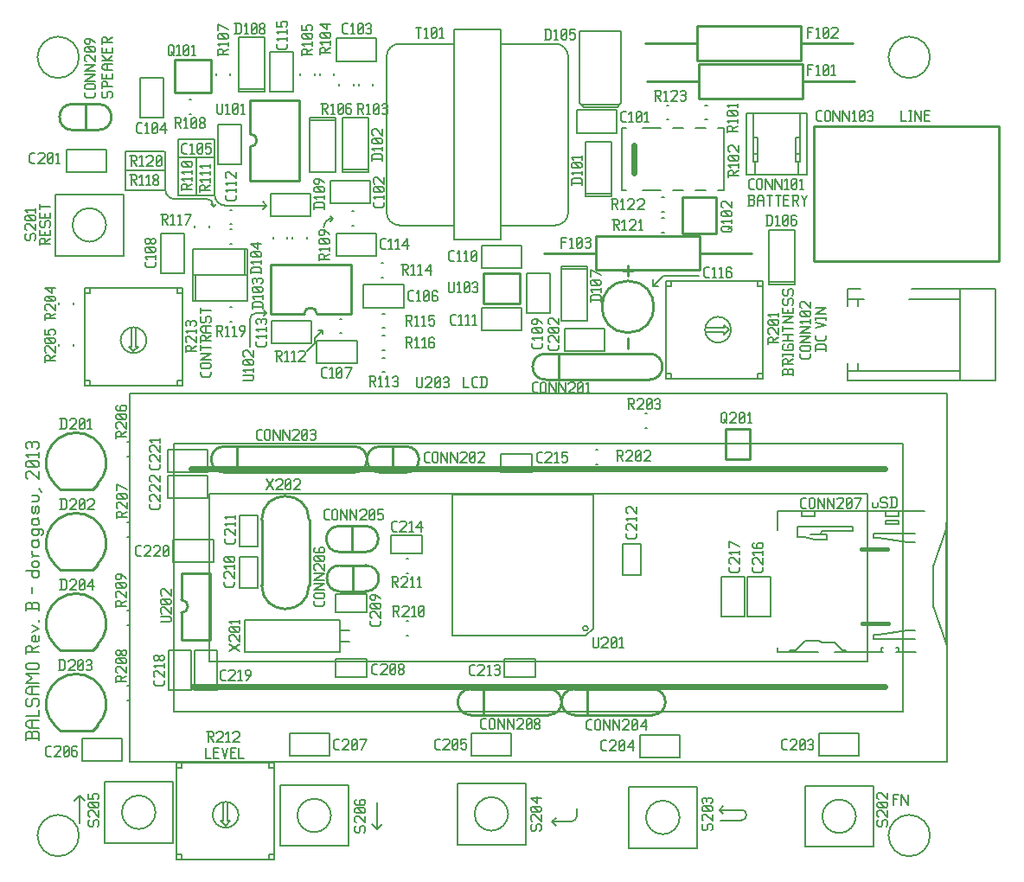
<source format=gbr>
G04 start of page 9 for group -4079 idx -4079 *
G04 Title: Balsamo, topsilk *
G04 Creator: pcb 1.99z *
G04 CreationDate: jue 24 oct 2013 15:42:49 GMT UTC *
G04 For: jalon *
G04 Format: Gerber/RS-274X *
G04 PCB-Dimensions (mil): 10000.00 10000.00 *
G04 PCB-Coordinate-Origin: lower left *
%MOIN*%
%FSLAX25Y25*%
%LNTOPSILK*%
%ADD164C,0.0236*%
%ADD163C,0.0150*%
%ADD162C,0.0243*%
%ADD161C,0.0100*%
%ADD160C,0.0080*%
G54D160*X197315Y772423D02*X211315D01*
Y757923D02*X197315D01*
X204315D02*Y772423D01*
X211315Y757923D02*Y779423D01*
X197315D01*
Y757923D02*Y779423D01*
X215315Y753923D02*X231315D01*
X229815Y755423D01*
X231315Y753923D02*X229815Y752423D01*
X210815Y753423D02*X209815Y754423D01*
X210815Y753423D02*X211815Y754423D01*
X176815Y774923D02*X191815D01*
X192315Y759923D02*X176815D01*
X195815Y756423D02*X208315D01*
X176815Y759923D02*Y774923D01*
Y767423D02*X191815D01*
X192315Y759923D02*Y774923D01*
X159315Y515923D02*Y526423D01*
X157315Y524423D01*
X159315Y526423D02*X161315Y524423D01*
X256815Y748923D02*X255815Y749923D01*
X256815Y748923D02*X255815Y747923D01*
X246815Y697923D02*X249815Y700923D01*
Y702923D01*
X252815Y705923D01*
X251315D01*
X252815D02*Y704423D01*
X224815Y699423D02*Y709923D01*
X227315Y712423D02*X231315D01*
X230315Y713423D01*
X231315Y712423D02*X230315Y711423D01*
X397815Y726923D02*X384315D01*
X380315Y722923D02*Y725423D01*
Y722923D02*X382315D01*
X384315Y726923D02*X380315Y722923D01*
X273815Y523923D02*Y513423D01*
X275815Y515423D01*
X273815Y513423D02*X271815Y515423D01*
X350815Y521423D02*Y518423D01*
X348815Y516423D02*X341315D01*
X342815Y517923D01*
X341315Y516423D02*X342815Y514923D01*
X406315Y516923D02*X414315D01*
Y520923D02*X405815D01*
X407315Y519423D01*
X405815Y520923D02*X407315Y522423D01*
X350815Y518423D02*G75*G02X348815Y516423I-2000J0D01*G01*
X414315Y516923D02*G75*G03X416315Y518923I0J2000D01*G01*
X211315Y757923D02*G75*G03X215315Y753923I4000J0D01*G01*
X192315Y759923D02*G75*G03X195815Y756423I3500J0D01*G01*
X208315D02*G75*G02X210815Y753923I0J-2500D01*G01*
X253315Y745423D02*G75*G02X256815Y748923I3500J0D01*G01*
X224815Y709923D02*G75*G02X227315Y712423I2500J0D01*G01*
X416315Y518923D02*G75*G03X414315Y520923I-2000J0D01*G01*
X307315Y687923D02*Y683923D01*
X309315D01*
X311215D02*X312515D01*
X310515Y684623D02*X311215Y683923D01*
X310515Y687223D02*Y684623D01*
Y687223D02*X311215Y687923D01*
X312515D01*
X314215D02*Y683923D01*
X315515Y687923D02*X316215Y687223D01*
Y684623D01*
X315515Y683923D02*X316215Y684623D01*
X313715Y683923D02*X315515D01*
X313715Y687923D02*X315515D01*
X442815Y698423D02*X446815D01*
X442815Y699723D02*X443515Y700423D01*
X446115D01*
X446815Y699723D02*X446115Y700423D01*
X446815Y699723D02*Y697923D01*
X442815Y699723D02*Y697923D01*
X446815Y703623D02*Y702323D01*
X446115Y701623D02*X446815Y702323D01*
X443515Y701623D02*X446115D01*
X443515D02*X442815Y702323D01*
Y703623D02*Y702323D01*
Y706623D02*X446815Y707623D01*
X442815Y708623D01*
Y710823D02*Y709823D01*
Y710323D02*X446815D01*
Y710823D02*Y709823D01*
X442815Y712023D02*X446815D01*
X442815D02*X446815Y714523D01*
X442815D02*X446815D01*
X475815Y790423D02*Y786423D01*
X477815D01*
X479015Y790423D02*X480015D01*
X479515D02*Y786423D01*
X479015D02*X480015D01*
X481215Y790423D02*Y786423D01*
Y790423D02*X483715Y786423D01*
Y790423D02*Y786423D01*
X484915Y788623D02*X486415D01*
X484915Y786423D02*X486915D01*
X484915Y790423D02*Y786423D01*
Y790423D02*X486915D01*
X464815Y639423D02*Y637923D01*
X465315Y637423D01*
X466315D01*
X466815Y637923D01*
Y639423D02*Y637923D01*
X470015Y641423D02*X470515Y640923D01*
X468515Y641423D02*X470015D01*
X468015Y640923D02*X468515Y641423D01*
X468015Y640923D02*Y639923D01*
X468515Y639423D01*
X470015D01*
X470515Y638923D01*
Y637923D01*
X470015Y637423D02*X470515Y637923D01*
X468515Y637423D02*X470015D01*
X468015Y637923D02*X468515Y637423D01*
X472215Y641423D02*Y637423D01*
X473515Y641423D02*X474215Y640723D01*
Y638123D01*
X473515Y637423D02*X474215Y638123D01*
X471715Y637423D02*X473515D01*
X471715Y641423D02*X473515D01*
X416815Y753923D02*X418815D01*
X419315Y754423D01*
Y755623D02*Y754423D01*
X418815Y756123D02*X419315Y755623D01*
X417315Y756123D02*X418815D01*
X417315Y757923D02*Y753923D01*
X416815Y757923D02*X418815D01*
X419315Y757423D01*
Y756623D01*
X418815Y756123D02*X419315Y756623D01*
X420515Y756923D02*Y753923D01*
Y756923D02*X421215Y757923D01*
X422315D01*
X423015Y756923D01*
Y753923D01*
X420515Y755923D02*X423015D01*
X424215Y757923D02*X426215D01*
X425215D02*Y753923D01*
X427415Y757923D02*X429415D01*
X428415D02*Y753923D01*
X430615Y756123D02*X432115D01*
X430615Y753923D02*X432615D01*
X430615Y757923D02*Y753923D01*
Y757923D02*X432615D01*
X433815D02*X435815D01*
X436315Y757423D01*
Y756423D01*
X435815Y755923D02*X436315Y756423D01*
X434315Y755923D02*X435815D01*
X434315Y757923D02*Y753923D01*
X435115Y755923D02*X436315Y753923D01*
X437515Y757923D02*X438515Y755923D01*
X439515Y757923D01*
X438515Y755923D02*Y753923D01*
X434315Y690423D02*Y688423D01*
Y690423D02*X433815Y690923D01*
X432615D02*X433815D01*
X432115Y690423D02*X432615Y690923D01*
X432115Y690423D02*Y688923D01*
X430315D02*X434315D01*
X430315Y690423D02*Y688423D01*
Y690423D02*X430815Y690923D01*
X431615D01*
X432115Y690423D02*X431615Y690923D01*
X430315Y694123D02*Y692123D01*
Y694123D02*X430815Y694623D01*
X431815D01*
X432315Y694123D02*X431815Y694623D01*
X432315Y694123D02*Y692623D01*
X430315D02*X434315D01*
X432315Y693423D02*X434315Y694623D01*
X430315Y696823D02*Y695823D01*
Y696323D02*X434315D01*
Y696823D02*Y695823D01*
X430315Y700023D02*X430815Y700523D01*
X430315Y700023D02*Y698523D01*
X430815Y698023D02*X430315Y698523D01*
X430815Y698023D02*X433815D01*
X434315Y698523D01*
Y700023D02*Y698523D01*
Y700023D02*X433815Y700523D01*
X432815D02*X433815D01*
X432315Y700023D02*X432815Y700523D01*
X432315Y700023D02*Y699023D01*
X430315Y701723D02*X434315D01*
X430315Y704223D02*X434315D01*
X432315D02*Y701723D01*
X430315Y707423D02*Y705423D01*
Y706423D02*X434315D01*
X430315Y708623D02*X434315D01*
X430315D02*X434315Y711123D01*
X430315D02*X434315D01*
X432115Y713823D02*Y712323D01*
X434315Y714323D02*Y712323D01*
X430315D02*X434315D01*
X430315Y714323D02*Y712323D01*
Y717523D02*X430815Y718023D01*
X430315Y717523D02*Y716023D01*
X430815Y715523D02*X430315Y716023D01*
X430815Y715523D02*X431815D01*
X432315Y716023D01*
Y717523D02*Y716023D01*
Y717523D02*X432815Y718023D01*
X433815D01*
X434315Y717523D02*X433815Y718023D01*
X434315Y717523D02*Y716023D01*
X433815Y715523D02*X434315Y716023D01*
X430315Y721223D02*X430815Y721723D01*
X430315Y721223D02*Y719723D01*
X430815Y719223D02*X430315Y719723D01*
X430815Y719223D02*X431815D01*
X432315Y719723D01*
Y721223D02*Y719723D01*
Y721223D02*X432815Y721723D01*
X433815D01*
X434315Y721223D02*X433815Y721723D01*
X434315Y721223D02*Y719723D01*
X433815Y719223D02*X434315Y719723D01*
X143415Y550363D02*Y547923D01*
Y550363D02*X142805Y550973D01*
X141341D02*X142805D01*
X140731Y550363D02*X141341Y550973D01*
X140731Y550363D02*Y548533D01*
X138535D02*X143415D01*
X138535Y550363D02*Y547923D01*
Y550363D02*X139145Y550973D01*
X140121D01*
X140731Y550363D02*X140121Y550973D01*
X139755Y552437D02*X143415D01*
X139755D02*X138535Y553291D01*
Y554633D02*Y553291D01*
Y554633D02*X139755Y555487D01*
X143415D01*
X140975D02*Y552437D01*
X138535Y556951D02*X143415D01*
Y559391D02*Y556951D01*
X138535Y563295D02*X139145Y563905D01*
X138535Y563295D02*Y561465D01*
X139145Y560855D02*X138535Y561465D01*
X139145Y560855D02*X140365D01*
X140975Y561465D01*
Y563295D02*Y561465D01*
Y563295D02*X141585Y563905D01*
X142805D01*
X143415Y563295D02*X142805Y563905D01*
X143415Y563295D02*Y561465D01*
X142805Y560855D02*X143415Y561465D01*
X139755Y565369D02*X143415D01*
X139755D02*X138535Y566223D01*
Y567565D02*Y566223D01*
Y567565D02*X139755Y568419D01*
X143415D01*
X140975D02*Y565369D01*
X138535Y569883D02*X143415D01*
X138535D02*X140975Y571713D01*
X138535Y573543D01*
X143415D01*
X139145Y575007D02*X142805D01*
X139145D02*X138535Y575617D01*
Y576837D02*Y575617D01*
Y576837D02*X139145Y577447D01*
X142805D01*
X143415Y576837D02*X142805Y577447D01*
X143415Y576837D02*Y575617D01*
X142805Y575007D02*X143415Y575617D01*
X138535Y583547D02*Y581107D01*
Y583547D02*X139145Y584157D01*
X140365D01*
X140975Y583547D02*X140365Y584157D01*
X140975Y583547D02*Y581717D01*
X138535D02*X143415D01*
X140975Y582693D02*X143415Y584157D01*
Y588061D02*Y586231D01*
X142805Y585621D02*X143415Y586231D01*
X141585Y585621D02*X142805D01*
X141585D02*X140975Y586231D01*
Y587451D02*Y586231D01*
Y587451D02*X141585Y588061D01*
X142195D02*Y585621D01*
X141585Y588061D02*X142195D01*
X140975Y589525D02*X143415Y590745D01*
X140975Y591965D02*X143415Y590745D01*
Y594039D02*Y593429D01*
Y600139D02*Y597699D01*
Y600139D02*X142805Y600749D01*
X141341D02*X142805D01*
X140731Y600139D02*X141341Y600749D01*
X140731Y600139D02*Y598309D01*
X138535D02*X143415D01*
X138535Y600139D02*Y597699D01*
Y600139D02*X139145Y600749D01*
X140121D01*
X140731Y600139D02*X140121Y600749D01*
X140975Y606849D02*Y604409D01*
X138535Y612949D02*X143415D01*
Y612339D02*X142805Y612949D01*
X143415Y612339D02*Y611119D01*
X142805Y610509D02*X143415Y611119D01*
X141585Y610509D02*X142805D01*
X141585D02*X140975Y611119D01*
Y612339D02*Y611119D01*
Y612339D02*X141585Y612949D01*
Y614413D02*X142805D01*
X141585D02*X140975Y615023D01*
Y616243D02*Y615023D01*
Y616243D02*X141585Y616853D01*
X142805D01*
X143415Y616243D02*X142805Y616853D01*
X143415Y616243D02*Y615023D01*
X142805Y614413D02*X143415Y615023D01*
X141585Y618927D02*X143415D01*
X141585D02*X140975Y619537D01*
Y620757D02*Y619537D01*
Y618317D02*X141585Y618927D01*
X140975Y624051D02*X141585Y624661D01*
X140975Y624051D02*Y622831D01*
X141585Y622221D02*X140975Y622831D01*
X141585Y622221D02*X142805D01*
X143415Y622831D01*
X140975Y624661D02*X142805D01*
X143415Y625271D01*
Y624051D02*Y622831D01*
Y624051D02*X142805Y624661D01*
X140975Y628565D02*X141585Y629175D01*
X140975Y628565D02*Y627345D01*
X141585Y626735D02*X140975Y627345D01*
X141585Y626735D02*X142805D01*
X143415Y627345D01*
Y628565D02*Y627345D01*
Y628565D02*X142805Y629175D01*
X144635Y626735D02*X145245Y627345D01*
Y628565D02*Y627345D01*
Y628565D02*X144635Y629175D01*
X140975D02*X144635D01*
X140975Y632469D02*X141585Y633079D01*
X140975Y632469D02*Y631249D01*
X141585Y630639D02*X140975Y631249D01*
X141585Y630639D02*X142805D01*
X143415Y631249D01*
X140975Y633079D02*X142805D01*
X143415Y633689D01*
Y632469D02*Y631249D01*
Y632469D02*X142805Y633079D01*
X143415Y637593D02*Y635763D01*
Y637593D02*X142805Y638203D01*
X142195Y637593D02*X142805Y638203D01*
X142195Y637593D02*Y635763D01*
X141585Y635153D02*X142195Y635763D01*
X141585Y635153D02*X140975Y635763D01*
Y637593D02*Y635763D01*
Y637593D02*X141585Y638203D01*
X142805Y635153D02*X143415Y635763D01*
X140975Y639667D02*X142805D01*
X143415Y640277D01*
Y641497D02*Y640277D01*
Y641497D02*X142805Y642107D01*
X140975D02*X142805D01*
X144635Y643571D02*X143415Y644791D01*
X139145Y648451D02*X138535Y649061D01*
Y650891D02*Y649061D01*
Y650891D02*X139145Y651501D01*
X140365D01*
X143415Y648451D02*X140365Y651501D01*
X143415D02*Y648451D01*
X142805Y652965D02*X143415Y653575D01*
X139145Y652965D02*X142805D01*
X139145D02*X138535Y653575D01*
Y654795D02*Y653575D01*
Y654795D02*X139145Y655405D01*
X142805D01*
X143415Y654795D02*X142805Y655405D01*
X143415Y654795D02*Y653575D01*
X142195Y652965D02*X139755Y655405D01*
X139511Y656869D02*X138535Y657845D01*
X143415D01*
Y658699D02*Y656869D01*
X139145Y660163D02*X138535Y660773D01*
Y661993D02*Y660773D01*
Y661993D02*X139145Y662603D01*
X143415Y661993D02*X142805Y662603D01*
X143415Y661993D02*Y660773D01*
X142805Y660163D02*X143415Y660773D01*
X140731Y661993D02*Y660773D01*
X139145Y662603D02*X140121D01*
X141341D02*X142805D01*
X141341D02*X140731Y661993D01*
X140121Y662603D02*X140731Y661993D01*
X167815Y797423D02*X168315Y797923D01*
X167815Y797423D02*Y795923D01*
X168315Y795423D02*X167815Y795923D01*
X168315Y795423D02*X169315D01*
X169815Y795923D01*
Y797423D02*Y795923D01*
Y797423D02*X170315Y797923D01*
X171315D01*
X171815Y797423D02*X171315Y797923D01*
X171815Y797423D02*Y795923D01*
X171315Y795423D02*X171815Y795923D01*
X167815Y799623D02*X171815D01*
X167815Y801123D02*Y799123D01*
Y801123D02*X168315Y801623D01*
X169315D01*
X169815Y801123D02*X169315Y801623D01*
X169815Y801123D02*Y799623D01*
X169615Y804323D02*Y802823D01*
X171815Y804823D02*Y802823D01*
X167815D02*X171815D01*
X167815Y804823D02*Y802823D01*
X168815Y806023D02*X171815D01*
X168815D02*X167815Y806723D01*
Y807823D02*Y806723D01*
Y807823D02*X168815Y808523D01*
X171815D01*
X169815D02*Y806023D01*
X167815Y809723D02*X171815D01*
X169815D02*X167815Y811723D01*
X169815Y809723D02*X171815Y811723D01*
X169615Y814423D02*Y812923D01*
X171815Y814923D02*Y812923D01*
X167815D02*X171815D01*
X167815Y814923D02*Y812923D01*
Y818123D02*Y816123D01*
Y818123D02*X168315Y818623D01*
X169315D01*
X169815Y818123D02*X169315Y818623D01*
X169815Y818123D02*Y816623D01*
X167815D02*X171815D01*
X169815Y817423D02*X171815Y818623D01*
X144015Y740623D02*Y738623D01*
Y740623D02*X144515Y741123D01*
X145515D01*
X146015Y740623D02*X145515Y741123D01*
X146015Y740623D02*Y739123D01*
X144015D02*X148015D01*
X146015Y739923D02*X148015Y741123D01*
X145815Y743823D02*Y742323D01*
X148015Y744323D02*Y742323D01*
X144015D02*X148015D01*
X144015Y744323D02*Y742323D01*
Y747523D02*X144515Y748023D01*
X144015Y747523D02*Y746023D01*
X144515Y745523D02*X144015Y746023D01*
X144515Y745523D02*X145515D01*
X146015Y746023D01*
Y747523D02*Y746023D01*
Y747523D02*X146515Y748023D01*
X147515D01*
X148015Y747523D02*X147515Y748023D01*
X148015Y747523D02*Y746023D01*
X147515Y745523D02*X148015Y746023D01*
X145815Y750723D02*Y749223D01*
X148015Y751223D02*Y749223D01*
X144015D02*X148015D01*
X144015Y751223D02*Y749223D01*
Y754423D02*Y752423D01*
Y753423D02*X148015D01*
X209815Y689923D02*Y688623D01*
X209115Y687923D02*X209815Y688623D01*
X206515Y687923D02*X209115D01*
X206515D02*X205815Y688623D01*
Y689923D02*Y688623D01*
X206315Y691123D02*X209315D01*
X206315D02*X205815Y691623D01*
Y692623D02*Y691623D01*
Y692623D02*X206315Y693123D01*
X209315D01*
X209815Y692623D02*X209315Y693123D01*
X209815Y692623D02*Y691623D01*
X209315Y691123D02*X209815Y691623D01*
X205815Y694323D02*X209815D01*
X205815D02*X209815Y696823D01*
X205815D02*X209815D01*
X205815Y700023D02*Y698023D01*
Y699023D02*X209815D01*
X205815Y703223D02*Y701223D01*
Y703223D02*X206315Y703723D01*
X207315D01*
X207815Y703223D02*X207315Y703723D01*
X207815Y703223D02*Y701723D01*
X205815D02*X209815D01*
X207815Y702523D02*X209815Y703723D01*
X206815Y704923D02*X209815D01*
X206815D02*X205815Y705623D01*
Y706723D02*Y705623D01*
Y706723D02*X206815Y707423D01*
X209815D01*
X207815D02*Y704923D01*
X205815Y710623D02*X206315Y711123D01*
X205815Y710623D02*Y709123D01*
X206315Y708623D02*X205815Y709123D01*
X206315Y708623D02*X207315D01*
X207815Y709123D01*
Y710623D02*Y709123D01*
Y710623D02*X208315Y711123D01*
X209315D01*
X209815Y710623D02*X209315Y711123D01*
X209815Y710623D02*Y709123D01*
X209315Y708623D02*X209815Y709123D01*
X205815Y714323D02*Y712323D01*
Y713323D02*X209815D01*
X472815Y526923D02*Y522923D01*
Y526923D02*X474815D01*
X472815Y525123D02*X474315D01*
X476015Y526923D02*Y522923D01*
Y526923D02*X478515Y522923D01*
Y526923D02*Y522923D01*
X207815Y544923D02*Y540923D01*
X209815D01*
X211015Y543123D02*X212515D01*
X211015Y540923D02*X213015D01*
X211015Y544923D02*Y540923D01*
Y544923D02*X213015D01*
X214215D02*X215215Y540923D01*
X216215Y544923D01*
X217415Y543123D02*X218915D01*
X217415Y540923D02*X219415D01*
X217415Y544923D02*Y540923D01*
Y544923D02*X219415D01*
X220615D02*Y540923D01*
X222615D01*
G54D161*X338842Y686749D02*X378842D01*
X338842Y696749D02*X378842D01*
X343842D02*Y686749D01*
X338842Y696749D02*G75*G03X338842Y686749I0J-5000D01*G01*
X378842D02*G75*G03X378842Y696749I0J5000D01*G01*
G54D160*X377064Y668245D02*X377850D01*
X377064Y673755D02*X377850D01*
X361700Y706400D02*Y697600D01*
X346300Y706400D02*X361700D01*
X346300D02*Y697600D01*
X361700D01*
G54D161*X408300Y667900D02*Y656000D01*
X417700D01*
Y667900D01*
X408300D01*
G54D160*X345000Y730500D02*X355000D01*
X345000D02*Y709500D01*
X355000D01*
Y730500D02*Y709500D01*
X345000Y729500D02*X355000D01*
X366220Y790600D02*Y781800D01*
X350820Y790600D02*X366220D01*
X350820D02*Y781800D01*
X366220D01*
X354326Y757423D02*X364326D01*
Y778423D02*Y757423D01*
X354326Y778423D02*X364326D01*
X354326D02*Y757423D01*
Y758423D02*X364326D01*
G54D161*X370557Y730828D02*Y726828D01*
X368557Y728828D02*X372557D01*
X370557Y702828D02*Y698828D01*
Y724828D02*G75*G03X370557Y724828I0J-10000D01*G01*
G54D160*X352000Y821100D02*X368000D01*
X352000D02*Y793400D01*
X368000Y821100D02*Y793400D01*
X353500Y791900D02*X366500D01*
X352700Y792700D02*X367300D01*
X366500Y791900D02*X368000Y793400D01*
X353500Y791900D02*X352000Y793400D01*
X368315Y759795D02*Y783811D01*
X369890D01*
X376189D02*X383276D01*
X388000D02*X391937D01*
X396661D02*X400598D01*
X405323D02*X407685D01*
Y759795D01*
X405323D01*
X368315D02*X369890D01*
X376189D02*X383276D01*
X388000D02*X391937D01*
X396661D02*X400598D01*
G54D162*X373039Y777118D02*Y766488D01*
G54D161*X398258Y735551D02*X418258D01*
X338258D02*X358258D01*
Y728951D02*X398258D01*
X358258Y742151D02*Y728951D01*
Y742151D02*X398258D01*
Y728951D01*
G54D160*X383707Y751445D02*X384493D01*
X383707Y756955D02*X384493D01*
X383707Y743445D02*X384493D01*
X383707Y748955D02*X384493D01*
G54D161*X391700Y757000D02*Y743100D01*
X404500D01*
Y757000D01*
X391700D01*
G54D160*X385200Y724800D02*Y687200D01*
X422700D01*
Y724800D02*Y687200D01*
X385200Y724800D02*X422700D01*
X420700D02*Y722800D01*
X422700D01*
X387200Y724800D02*Y722800D01*
X385200D02*X387200D01*
Y689200D02*Y687200D01*
X385200Y689200D02*X387200D01*
X420700D02*X422700D01*
X420700D02*Y687200D01*
X400500Y706800D02*X407700D01*
Y707800D02*Y706800D01*
Y707800D02*X409500Y706000D01*
X407700Y704200D01*
Y705100D02*Y704200D01*
X400600Y705100D02*X407700D01*
X405300Y701000D02*G75*G03X410300Y706000I0J5000D01*G01*
G75*G03X405300Y711000I-5000J0D01*G01*
G75*G03X400300Y706000I0J-5000D01*G01*
G75*G03X405300Y701000I5000J0D01*G01*
G54D161*X437238Y816351D02*X457238D01*
X377238D02*X397238D01*
Y809751D02*X437238D01*
X397238Y822951D02*Y809751D01*
Y822951D02*X437238D01*
Y809751D01*
G54D160*X480031Y721717D02*X512315D01*
X455228D02*X460346D01*
X455228D02*Y715024D01*
Y692976D02*Y686283D01*
X512315D01*
Y721717D02*Y686283D01*
X498535Y721717D02*Y686283D01*
X455228Y690220D02*X498535D01*
X478850Y717780D02*X498535D01*
X455228D02*X461528D01*
X459165Y692976D02*Y690220D01*
Y717780D02*Y715024D01*
X425000Y723500D02*X435000D01*
Y744500D02*Y723500D01*
X425000Y744500D02*X435000D01*
X425000D02*Y723500D01*
Y724500D02*X435000D01*
G54D161*X442200Y784500D02*X513500D01*
X442200Y732500D02*X513500D01*
X442200Y784500D02*Y732500D01*
X513500D02*X513520Y784500D01*
G54D160*X479000Y819000D02*G75*G03X471000Y811000I0J-8000D01*G01*
G75*G03X479000Y803000I8000J0D01*G01*
G75*G03X487000Y811000I0J8000D01*G01*
G75*G03X479000Y819000I-8000J0D01*G01*
G54D161*X437738Y801851D02*X457738D01*
X377738D02*X397738D01*
Y795251D02*X437738D01*
X397738Y808451D02*Y795251D01*
Y808451D02*X437738D01*
Y795251D01*
G54D160*X416094Y789512D02*X439717D01*
Y765890D01*
X416094D02*X439717D01*
X416094Y789512D02*Y765890D01*
X418850Y789512D02*Y770614D01*
Y773764D02*X420425D01*
Y780063D02*Y770614D01*
X418850Y780063D02*X420425D01*
X419638Y770614D02*Y765890D01*
X418850Y770614D02*X420425D01*
X436961Y789512D02*Y770614D01*
X435386Y773764D02*X436961D01*
X435386Y780063D02*Y770614D01*
Y780063D02*X436961D01*
X436173Y770614D02*Y765890D01*
X435386Y770614D02*X436961D01*
X385449Y787009D02*X386235D01*
X385449Y792519D02*X386235D01*
X400363Y787009D02*X401149D01*
X400363Y792519D02*X401149D01*
X304753Y531160D02*Y507538D01*
Y531160D02*X331131D01*
Y507538D01*
X304753D02*X331131D01*
X317942Y525845D02*G75*G03X311446Y519349I0J-6496D01*G01*
X324438D02*G75*G03X317942Y525845I-6496J0D01*G01*
Y512853D02*G75*G03X324438Y519349I0J6496D01*G01*
X311446D02*G75*G03X317942Y512853I6496J0D01*G01*
X479000Y519000D02*G75*G03X471000Y511000I0J-8000D01*G01*
G75*G03X479000Y503000I8000J0D01*G01*
G75*G03X487000Y511000I0J8000D01*G01*
G75*G03X479000Y519000I-8000J0D01*G01*
X438753Y530260D02*Y506638D01*
Y530260D02*X465131D01*
Y506638D01*
X438753D02*X465131D01*
X451942Y524945D02*G75*G03X445446Y518449I0J-6496D01*G01*
X458438D02*G75*G03X451942Y524945I-6496J0D01*G01*
Y511953D02*G75*G03X458438Y518449I0J6496D01*G01*
X445446D02*G75*G03X451942Y511953I6496J0D01*G01*
X370811Y529811D02*Y506189D01*
Y529811D02*X397189D01*
Y506189D01*
X370811D02*X397189D01*
X384000Y524496D02*G75*G03X377504Y518000I0J-6496D01*G01*
X390496D02*G75*G03X384000Y524496I-6496J0D01*G01*
Y511504D02*G75*G03X390496Y518000I0J6496D01*G01*
X377504D02*G75*G03X384000Y511504I6496J0D01*G01*
X459700Y550400D02*Y541600D01*
X444300Y550400D02*X459700D01*
X444300D02*Y541600D01*
X459700D01*
X493342Y631849D02*Y584849D01*
X473942Y581649D02*X481442D01*
X450242D02*X469042D01*
X428142D02*X443842D01*
X428142Y583549D02*Y581649D01*
X428342Y636149D02*Y628749D01*
Y636149D02*X485042D01*
X493342Y584949D02*X488342Y599549D01*
Y614649D02*Y599549D01*
X465242Y586849D02*X481342D01*
X465242Y588549D02*Y586849D01*
Y588549D02*X467242D01*
X478342Y590249D01*
X481342D01*
X488342Y614649D02*X493342Y629249D01*
X465242Y627349D02*X481342D01*
X465242D02*Y625649D01*
X467242D01*
X478342Y623949D01*
X481342D01*
G54D163*X461042Y592749D02*X470842D01*
X460642Y621549D02*X470442D01*
G54D160*X437442Y636149D02*Y634149D01*
X442542D01*
Y636149D02*Y634149D01*
X469942Y636149D02*Y634149D01*
X475042D01*
Y636149D02*Y634149D01*
X453342Y582349D02*X454642D01*
X453442Y582249D02*X450342Y585349D01*
X445142D02*X450342D01*
X445142D02*X444242Y586249D01*
X439042D02*X444242D01*
X439042D02*X435242Y582449D01*
X432742D02*X435242D01*
X435842Y630049D02*X457242D01*
Y628349D01*
X445642D02*X457242D01*
X445642D02*X444442Y627149D01*
X440942D02*X444442D01*
X440942D02*X447242D01*
Y625149D01*
X442542D02*X447242D01*
X442542D02*X438442Y626149D01*
X435842D02*X438442D01*
X435842Y630049D02*Y626149D01*
X469942Y632449D02*X475042D01*
Y631049D01*
X469942D02*X475042D01*
X469942Y632449D02*Y631049D01*
X475042Y583549D02*Y581649D01*
X473842Y583549D02*X475042D01*
X468142D02*X469042D01*
X468142D02*Y581649D01*
X406600Y595300D02*X415400D01*
Y610700D02*Y595300D01*
X406600Y610700D02*X415400D01*
X406600D02*Y595300D01*
X416600D02*X425400D01*
Y610700D02*Y595300D01*
X416600Y610700D02*X425400D01*
X416600D02*Y595300D01*
X323000Y579000D02*Y572000D01*
X335000D01*
Y579000D02*Y572000D01*
X323000Y579000D02*X335000D01*
X368500Y611500D02*X375500D01*
Y623500D02*Y611500D01*
X368500Y623500D02*X375500D01*
X368500D02*Y611500D01*
G54D161*X310000Y557500D02*X340000D01*
X310000Y567500D02*X340000D01*
X315000D02*Y557500D01*
X310000Y567500D02*G75*G03X310000Y557500I0J-5000D01*G01*
X340000D02*G75*G03X340000Y567500I0J5000D01*G01*
X350000Y557500D02*X380000D01*
X350000Y567500D02*X380000D01*
X355000D02*Y557500D01*
X350000Y567500D02*G75*G03X350000Y557500I0J-5000D01*G01*
X380000D02*G75*G03X380000Y567500I0J5000D01*G01*
G54D160*X390700Y549900D02*Y541100D01*
X375300Y549900D02*X390700D01*
X375300D02*Y541100D01*
X390700D01*
X325700Y550400D02*Y541600D01*
X310300Y550400D02*X325700D01*
X310300D02*Y541600D01*
X325700D01*
X178561Y681315D02*X493522D01*
Y539583D01*
X178561D01*
Y681315D01*
X195687Y662220D02*X476396D01*
Y558677D01*
X195687D01*
Y662220D01*
X209073Y642732D02*X463010D01*
Y578165D01*
X209073D01*
Y642732D01*
G54D164*X202380Y652378D02*X469703D01*
X202774Y568323D02*X469506D01*
G54D160*X358064Y654245D02*X358850D01*
X358064Y659755D02*X358850D01*
X302783Y587990D02*X354201D01*
X302783Y642308D02*Y587990D01*
Y642308D02*X357101D01*
Y590890D01*
X354201Y587990D01*
X355201Y590890D02*G75*G03X355201Y590890I-1000J0D01*G01*
X333642Y658249D02*Y651249D01*
X321642Y658249D02*X333642D01*
X321642D02*Y651249D01*
X333642D01*
X236453Y530560D02*Y506938D01*
Y530560D02*X262831D01*
Y506938D01*
X236453D02*X262831D01*
X249642Y525245D02*G75*G03X243146Y518749I0J-6496D01*G01*
X256138D02*G75*G03X249642Y525245I-6496J0D01*G01*
Y512253D02*G75*G03X256138Y518749I0J6496D01*G01*
X243146D02*G75*G03X249642Y512253I6496J0D01*G01*
X168811Y531811D02*Y508189D01*
Y531811D02*X195189D01*
Y508189D01*
X168811D02*X195189D01*
X182000Y526496D02*G75*G03X175504Y520000I0J-6496D01*G01*
X188496D02*G75*G03X182000Y526496I-6496J0D01*G01*
Y513504D02*G75*G03X188496Y520000I0J6496D01*G01*
X175504D02*G75*G03X182000Y513504I6496J0D01*G01*
X196700Y539100D02*X234300D01*
X196700D02*Y501600D01*
X234300D01*
Y539100D02*Y501600D01*
X232300Y503600D02*X234300D01*
X232300D02*Y501600D01*
Y537100D02*X234300D01*
X232300Y539100D02*Y537100D01*
X196700D02*X198700D01*
Y539100D02*Y537100D01*
Y503600D02*Y501600D01*
X196700Y503600D02*X198700D01*
X216300Y523800D02*Y516600D01*
X217300D01*
X215500Y514800D01*
X213700Y516600D01*
X214600D01*
Y523700D02*Y516600D01*
X210500Y519000D02*G75*G03X215500Y514000I5000J0D01*G01*
G75*G03X220500Y519000I0J5000D01*G01*
G75*G03X215500Y524000I-5000J0D01*G01*
G75*G03X210500Y519000I0J-5000D01*G01*
X255700Y550400D02*Y541600D01*
X240300Y550400D02*X255700D01*
X240300D02*Y541600D01*
X255700D01*
X175700Y548400D02*Y539600D01*
X160300Y548400D02*X175700D01*
X160300D02*Y539600D01*
X175700D01*
X151000Y519000D02*G75*G03X143000Y511000I0J-8000D01*G01*
G75*G03X151000Y503000I8000J0D01*G01*
G75*G03X159000Y511000I0J8000D01*G01*
G75*G03X151000Y519000I-8000J0D01*G01*
G54D161*X164100Y582500D02*X151800D01*
X166100Y584500D02*X164100Y582500D01*
X149700Y584500D02*X151800Y582500D01*
X166102Y584498D02*G75*G03X149698Y584498I-8202J8202D01*G01*
X164100Y551500D02*X151800D01*
X166100Y553500D02*X164100Y551500D01*
X149700Y553500D02*X151800Y551500D01*
X166102Y553498D02*G75*G03X149698Y553498I-8202J8202D01*G01*
X164100Y613500D02*X151800D01*
X166100Y615500D02*X164100Y613500D01*
X149700Y615500D02*X151800Y613500D01*
X166102Y615498D02*G75*G03X149698Y615498I-8202J8202D01*G01*
X164100Y644500D02*X151800D01*
X166100Y646500D02*X164100Y644500D01*
X149700Y646500D02*X151800Y644500D01*
X166102Y646498D02*G75*G03X149698Y646498I-8202J8202D01*G01*
G54D160*X177607Y657245D02*X178393D01*
X177607Y662755D02*X178393D01*
X177607Y626245D02*X178393D01*
X177607Y631755D02*X178393D01*
X177607Y592245D02*X178393D01*
X177607Y597755D02*X178393D01*
X177607Y563245D02*X178393D01*
X177607Y568755D02*X178393D01*
G54D161*X259542Y605149D02*X269542D01*
X259542Y615149D02*X269542D01*
X264542D02*Y605149D01*
X259542Y615149D02*G75*G03X259542Y605149I0J-5000D01*G01*
X269542D02*G75*G03X269542Y615149I0J5000D01*G01*
X259342Y630349D02*X269342D01*
X259342Y620349D02*X269342D01*
X264342Y630349D02*Y620349D01*
X269342D02*G75*G03X269342Y630349I0J5000D01*G01*
X259342D02*G75*G03X259342Y620349I0J-5000D01*G01*
X215000Y651000D02*X265000D01*
X215000Y661000D02*X265000D01*
X220000D02*Y651000D01*
X215000Y661000D02*G75*G03X215000Y651000I0J-5000D01*G01*
X265000D02*G75*G03X265000Y661000I0J5000D01*G01*
X275000D02*X285000D01*
X275000Y651000D02*X285000D01*
X280000Y661000D02*Y651000D01*
X285000D02*G75*G03X285000Y661000I0J5000D01*G01*
X275000D02*G75*G03X275000Y651000I0J-5000D01*G01*
G54D160*X193300Y649900D02*Y641100D01*
X208700D01*
Y649900D02*Y641100D01*
X193300Y649900D02*X208700D01*
X193300Y659900D02*Y651100D01*
X208700D01*
Y659900D02*Y651100D01*
X193300Y659900D02*X208700D01*
X221000Y634500D02*X228000D01*
X221000D02*Y622500D01*
X228000D01*
Y634500D02*Y622500D01*
X285064Y588245D02*X285850D01*
X285064Y593755D02*X285850D01*
X221000Y606500D02*X228000D01*
Y618500D02*Y606500D01*
X221000Y618500D02*X228000D01*
X221000D02*Y606500D01*
X285064Y612245D02*X285850D01*
X285064Y617755D02*X285850D01*
X270000Y604000D02*Y597000D01*
X258000Y604000D02*X270000D01*
X258000D02*Y597000D01*
X270000D01*
Y579000D02*Y572000D01*
X258000Y579000D02*X270000D01*
X258000D02*Y572000D01*
X270000D01*
X210768Y625158D02*Y616358D01*
X195368Y625158D02*X210768D01*
X195368D02*Y616358D01*
X210768D01*
G54D161*X198441Y586547D02*X209495D01*
Y612169D02*Y586547D01*
X198441Y612169D02*X209495D01*
X198441Y596858D02*Y586547D01*
Y612169D02*Y601858D01*
Y596858D02*G75*G03X198441Y601858I0J2500D01*G01*
G54D160*X193468Y582458D02*X202268D01*
X193468D02*Y567058D01*
X202268D01*
Y582458D02*Y567058D01*
X203468Y582458D02*X212268D01*
X203468D02*Y567058D01*
X212268D01*
Y582458D02*Y567058D01*
X279242Y626649D02*Y619649D01*
X291242D01*
Y626649D02*Y619649D01*
X279242Y626649D02*X291242D01*
G54D161*X229442Y632749D02*Y607449D01*
X247742Y632749D02*Y607449D01*
X247642Y632749D02*G75*G03X229442Y632749I-9100J0D01*G01*
Y607449D02*G75*G03X247642Y607449I9100J0D01*G01*
G54D160*X259420Y590185D02*X263357D01*
X259420Y585855D02*X263357D01*
X259420Y594122D02*Y581918D01*
X222806D02*X259420D01*
X222806Y594122D02*Y581918D01*
Y594122D02*X259420D01*
G54D161*X156500Y783000D02*X166500D01*
X156500Y793000D02*X166500D01*
X161500D02*Y783000D01*
X156500Y793000D02*G75*G03X156500Y783000I0J-5000D01*G01*
X166500D02*G75*G03X166500Y793000I0J5000D01*G01*
G54D160*X182600Y803200D02*X191400D01*
X182600D02*Y787800D01*
X191400D01*
Y803200D02*Y787800D01*
X201607Y794755D02*X202393D01*
X201607Y789245D02*X202393D01*
G54D161*X195900Y797457D02*X209800D01*
Y810257D02*Y797457D01*
X195900Y810257D02*X209800D01*
X195900D02*Y797457D01*
G54D160*X264755Y800850D02*Y800064D01*
X259245Y800850D02*Y800064D01*
X266745Y800850D02*Y800064D01*
X272255Y800850D02*Y800064D01*
X273700Y818357D02*Y809557D01*
X258300Y818357D02*X273700D01*
X258300D02*Y809557D01*
X273700D01*
X247949Y787758D02*X257949D01*
X247949D02*Y766758D01*
X257949D01*
Y787758D02*Y766758D01*
X247949Y786758D02*X257949D01*
X249755Y804893D02*Y804107D01*
X244245Y804893D02*Y804107D01*
X257255Y804893D02*Y804107D01*
X251745Y804893D02*Y804107D01*
X212600Y769800D02*X221400D01*
Y785200D02*Y769800D01*
X212600Y785200D02*X221400D01*
X212600D02*Y769800D01*
G54D161*X225000Y763500D02*X244000D01*
Y794500D02*Y763500D01*
X225000Y794500D02*X244000D01*
X225000Y776500D02*Y763500D01*
Y794500D02*Y781500D01*
Y776500D02*G75*G03X225000Y781500I0J2500D01*G01*
G54D160*X232600Y813200D02*X241400D01*
X232600D02*Y797800D01*
X241400D01*
Y813200D02*Y797800D01*
X220449Y797758D02*X230449D01*
Y818758D02*Y797758D01*
X220449Y818758D02*X230449D01*
X220449D02*Y797758D01*
Y798758D02*X230449D01*
X217255Y804893D02*Y804107D01*
X211745Y804893D02*Y804107D01*
X331600Y727700D02*X340400D01*
X331600D02*Y712300D01*
X340400D01*
Y727700D02*Y712300D01*
X329700Y738400D02*Y729600D01*
X314300Y738400D02*X329700D01*
X314300D02*Y729600D01*
X329700D01*
Y714400D02*Y705600D01*
X314300Y714400D02*X329700D01*
X314300D02*Y705600D01*
X329700D01*
G54D161*X314900Y727800D02*X328800D01*
X314900D02*Y716000D01*
X328800D01*
Y727800D02*Y716000D01*
G54D160*X277551Y811242D02*Y751242D01*
X303551Y821842D02*Y740642D01*
X321551D01*
Y821842D02*Y740642D01*
X303551Y821842D02*X321551D01*
X282551Y746242D02*X303551D01*
X282551Y816242D02*X303551D01*
X321551Y746242D02*X342551D01*
X347551Y811242D02*Y751242D01*
X321551Y816242D02*X342551D01*
Y746242D02*G75*G03X347551Y751242I0J5000D01*G01*
Y811242D02*G75*G03X342551Y816242I-5000J0D01*G01*
X277551Y751242D02*G75*G03X282551Y746242I5000J0D01*G01*
Y816242D02*G75*G03X277551Y811242I0J-5000D01*G01*
X260449Y766758D02*X270449D01*
Y787758D02*Y766758D01*
X260449Y787758D02*X270449D01*
X260449D02*Y766758D01*
Y767758D02*X270449D01*
X258300Y743100D02*Y734300D01*
X273700D01*
Y743100D02*Y734300D01*
X258300Y743100D02*X273700D01*
X264107Y751755D02*X264893D01*
X264107Y746245D02*X264893D01*
X271200Y763400D02*Y754600D01*
X255800Y763400D02*X271200D01*
X255800D02*Y754600D01*
X271200D01*
X284100Y723300D02*Y714500D01*
X268700Y723300D02*X284100D01*
X268700D02*Y714500D01*
X284100D01*
X233745Y741893D02*Y741107D01*
X239255Y741893D02*Y741107D01*
X151000Y819000D02*G75*G03X143000Y811000I0J-8000D01*G01*
G75*G03X151000Y803000I8000J0D01*G01*
G75*G03X159000Y811000I0J8000D01*G01*
G75*G03X151000Y819000I-8000J0D01*G01*
X169700Y775400D02*Y766600D01*
X154300Y775400D02*X169700D01*
X154300D02*Y766600D01*
X169700D01*
X149802Y758217D02*Y734595D01*
Y758217D02*X176180D01*
Y734595D01*
X149802D02*X176180D01*
X162991Y752902D02*G75*G03X156494Y746406I0J-6496D01*G01*
X169487D02*G75*G03X162991Y752902I-6496J0D01*G01*
Y739910D02*G75*G03X169487Y746406I0J6496D01*G01*
X156494D02*G75*G03X162991Y739910I6496J0D01*G01*
X156755Y700393D02*Y699607D01*
X151245Y700393D02*Y699607D01*
X248600Y709400D02*Y700600D01*
X233200Y709400D02*X248600D01*
X233200D02*Y700600D01*
X248600D01*
X259507Y710255D02*X260293D01*
X259507Y704745D02*X260293D01*
X266100Y701900D02*Y693100D01*
X250700Y701900D02*X266100D01*
X250700D02*Y693100D01*
X266100D01*
G54D161*X263750Y731000D02*Y712000D01*
X232750Y731000D02*X263750D01*
X232750D02*Y712000D01*
X250750D02*X263750D01*
X232750D02*X245750D01*
X250750D02*G75*G03X245750Y712000I-2500J0D01*G01*
G54D160*X151245Y716393D02*Y715607D01*
X156755Y716393D02*Y715607D01*
X161258Y722051D02*X198858D01*
X161258D02*Y684551D01*
X198858D01*
Y722051D02*Y684551D01*
X196858Y686551D02*X198858D01*
X196858D02*Y684551D01*
Y720051D02*X198858D01*
X196858Y722051D02*Y720051D01*
X161258D02*X163258D01*
Y722051D02*Y720051D01*
Y686551D02*Y684551D01*
X161258Y686551D02*X163258D01*
X180858Y706751D02*Y699551D01*
X181858D01*
X180058Y697751D01*
X178258Y699551D01*
X179158D01*
Y706651D02*Y699551D01*
X175058Y701951D02*G75*G03X180058Y696951I5000J0D01*G01*
G75*G03X185058Y701951I0J5000D01*G01*
G75*G03X180058Y706951I-5000J0D01*G01*
G75*G03X175058Y701951I0J-5000D01*G01*
X217150Y714755D02*X217936D01*
X217150Y709245D02*X217936D01*
X203043Y727000D02*Y717000D01*
X224043D01*
Y727000D02*Y717000D01*
X203043Y727000D02*X224043D01*
X204043D02*Y717000D01*
X248200Y758400D02*Y749600D01*
X232800Y758400D02*X248200D01*
X232800D02*Y749600D01*
X248200D01*
X246755Y741893D02*Y741107D01*
X241245Y741893D02*Y741107D01*
X190643Y727800D02*X199443D01*
Y743200D02*Y727800D01*
X190643Y743200D02*X199443D01*
X190643D02*Y727800D01*
X203662Y746110D02*Y745324D01*
X209172Y746110D02*Y745324D01*
X224043Y737000D02*Y727000D01*
X203043Y737000D02*X224043D01*
X203043D02*Y727000D01*
X224043D01*
X223043Y737000D02*Y727000D01*
X217150Y746745D02*X217936D01*
X217150Y752255D02*X217936D01*
X217150Y744755D02*X217936D01*
X217150Y739245D02*X217936D01*
X276007Y689745D02*X276793D01*
X276007Y695255D02*X276793D01*
X276007Y706745D02*X276793D01*
X276007Y712255D02*X276793D01*
X276007Y698245D02*X276793D01*
X276007Y703755D02*X276793D01*
X275550Y726145D02*X276336D01*
X275550Y731655D02*X276336D01*
X265366Y514237D02*X265866Y514737D01*
X265366Y514237D02*Y512737D01*
X265866Y512237D02*X265366Y512737D01*
X265866Y512237D02*X266866D01*
X267366Y512737D01*
Y514237D02*Y512737D01*
Y514237D02*X267866Y514737D01*
X268866D01*
X269366Y514237D02*X268866Y514737D01*
X269366Y514237D02*Y512737D01*
X268866Y512237D02*X269366Y512737D01*
X265866Y515937D02*X265366Y516437D01*
Y517937D02*Y516437D01*
Y517937D02*X265866Y518437D01*
X266866D01*
X269366Y515937D02*X266866Y518437D01*
X269366D02*Y515937D01*
X268866Y519637D02*X269366Y520137D01*
X265866Y519637D02*X268866D01*
X265866D02*X265366Y520137D01*
Y521137D02*Y520137D01*
Y521137D02*X265866Y521637D01*
X268866D01*
X269366Y521137D02*X268866Y521637D01*
X269366Y521137D02*Y520137D01*
X268366Y519637D02*X266366Y521637D01*
X265366Y524337D02*X265866Y524837D01*
X265366Y524337D02*Y523337D01*
X265866Y522837D02*X265366Y523337D01*
X265866Y522837D02*X268866D01*
X269366Y523337D01*
X267166Y524337D02*X267666Y524837D01*
X267166Y524337D02*Y522837D01*
X269366Y524337D02*Y523337D01*
Y524337D02*X268866Y524837D01*
X267666D02*X268866D01*
X162724Y516488D02*X163224Y516988D01*
X162724Y516488D02*Y514988D01*
X163224Y514488D02*X162724Y514988D01*
X163224Y514488D02*X164224D01*
X164724Y514988D01*
Y516488D02*Y514988D01*
Y516488D02*X165224Y516988D01*
X166224D01*
X166724Y516488D02*X166224Y516988D01*
X166724Y516488D02*Y514988D01*
X166224Y514488D02*X166724Y514988D01*
X163224Y518188D02*X162724Y518688D01*
Y520188D02*Y518688D01*
Y520188D02*X163224Y520688D01*
X164224D01*
X166724Y518188D02*X164224Y520688D01*
X166724D02*Y518188D01*
X166224Y521888D02*X166724Y522388D01*
X163224Y521888D02*X166224D01*
X163224D02*X162724Y522388D01*
Y523388D02*Y522388D01*
Y523388D02*X163224Y523888D01*
X166224D01*
X166724Y523388D02*X166224Y523888D01*
X166724Y523388D02*Y522388D01*
X165724Y521888D02*X163724Y523888D01*
X162724Y527088D02*Y525088D01*
X164724D01*
X164224Y525588D01*
Y526588D02*Y525588D01*
Y526588D02*X164724Y527088D01*
X166224D01*
X166724Y526588D02*X166224Y527088D01*
X166724Y526588D02*Y525588D01*
X166224Y525088D02*X166724Y525588D01*
X257931Y544046D02*X259231D01*
X257231Y544746D02*X257931Y544046D01*
X257231Y547346D02*Y544746D01*
Y547346D02*X257931Y548046D01*
X259231D01*
X260431Y547546D02*X260931Y548046D01*
X262431D01*
X262931Y547546D01*
Y546546D01*
X260431Y544046D02*X262931Y546546D01*
X260431Y544046D02*X262931D01*
X264131Y544546D02*X264631Y544046D01*
X264131Y547546D02*Y544546D01*
Y547546D02*X264631Y548046D01*
X265631D01*
X266131Y547546D01*
Y544546D01*
X265631Y544046D02*X266131Y544546D01*
X264631Y544046D02*X265631D01*
X264131Y545046D02*X266131Y547046D01*
X267831Y544046D02*X269831Y548046D01*
X267331D02*X269831D01*
X146931Y541546D02*X148231D01*
X146231Y542246D02*X146931Y541546D01*
X146231Y544846D02*Y542246D01*
Y544846D02*X146931Y545546D01*
X148231D01*
X149431Y545046D02*X149931Y545546D01*
X151431D01*
X151931Y545046D01*
Y544046D01*
X149431Y541546D02*X151931Y544046D01*
X149431Y541546D02*X151931D01*
X153131Y542046D02*X153631Y541546D01*
X153131Y545046D02*Y542046D01*
Y545046D02*X153631Y545546D01*
X154631D01*
X155131Y545046D01*
Y542046D01*
X154631Y541546D02*X155131Y542046D01*
X153631Y541546D02*X154631D01*
X153131Y542546D02*X155131Y544546D01*
X157831Y545546D02*X158331Y545046D01*
X156831Y545546D02*X157831D01*
X156331Y545046D02*X156831Y545546D01*
X156331Y545046D02*Y542046D01*
X156831Y541546D01*
X157831Y543746D02*X158331Y543246D01*
X156331Y543746D02*X157831D01*
X156831Y541546D02*X157831D01*
X158331Y542046D01*
Y543246D02*Y542046D01*
X208231Y551046D02*X210231D01*
X210731Y550546D01*
Y549546D01*
X210231Y549046D02*X210731Y549546D01*
X208731Y549046D02*X210231D01*
X208731Y551046D02*Y547046D01*
X209531Y549046D02*X210731Y547046D01*
X211931Y550546D02*X212431Y551046D01*
X213931D01*
X214431Y550546D01*
Y549546D01*
X211931Y547046D02*X214431Y549546D01*
X211931Y547046D02*X214431D01*
X215631Y550246D02*X216431Y551046D01*
Y547046D01*
X215631D02*X217131D01*
X218331Y550546D02*X218831Y551046D01*
X220331D01*
X220831Y550546D01*
Y549546D01*
X218331Y547046D02*X220831Y549546D01*
X218331Y547046D02*X220831D01*
X145881Y695454D02*Y693454D01*
Y695454D02*X146381Y695954D01*
X147381D01*
X147881Y695454D02*X147381Y695954D01*
X147881Y695454D02*Y693954D01*
X145881D02*X149881D01*
X147881Y694754D02*X149881Y695954D01*
X146381Y697154D02*X145881Y697654D01*
Y699154D02*Y697654D01*
Y699154D02*X146381Y699654D01*
X147381D01*
X149881Y697154D02*X147381Y699654D01*
X149881D02*Y697154D01*
X149381Y700854D02*X149881Y701354D01*
X146381Y700854D02*X149381D01*
X146381D02*X145881Y701354D01*
Y702354D02*Y701354D01*
Y702354D02*X146381Y702854D01*
X149381D01*
X149881Y702354D02*X149381Y702854D01*
X149881Y702354D02*Y701354D01*
X148881Y700854D02*X146881Y702854D01*
X145881Y706054D02*Y704054D01*
X147881D01*
X147381Y704554D01*
Y705554D02*Y704554D01*
Y705554D02*X147881Y706054D01*
X149381D01*
X149881Y705554D02*X149381Y706054D01*
X149881Y705554D02*Y704554D01*
X149381Y704054D02*X149881Y704554D01*
X152200Y671700D02*Y667700D01*
X153500Y671700D02*X154200Y671000D01*
Y668400D01*
X153500Y667700D02*X154200Y668400D01*
X151700Y667700D02*X153500D01*
X151700Y671700D02*X153500D01*
X155400Y671200D02*X155900Y671700D01*
X157400D01*
X157900Y671200D01*
Y670200D01*
X155400Y667700D02*X157900Y670200D01*
X155400Y667700D02*X157900D01*
X159100Y668200D02*X159600Y667700D01*
X159100Y671200D02*Y668200D01*
Y671200D02*X159600Y671700D01*
X160600D01*
X161100Y671200D01*
Y668200D01*
X160600Y667700D02*X161100Y668200D01*
X159600Y667700D02*X160600D01*
X159100Y668700D02*X161100Y670700D01*
X162300Y670900D02*X163100Y671700D01*
Y667700D01*
X162300D02*X163800D01*
X173242Y666189D02*Y664189D01*
Y666189D02*X173742Y666689D01*
X174742D01*
X175242Y666189D02*X174742Y666689D01*
X175242Y666189D02*Y664689D01*
X173242D02*X177242D01*
X175242Y665489D02*X177242Y666689D01*
X173742Y667889D02*X173242Y668389D01*
Y669889D02*Y668389D01*
Y669889D02*X173742Y670389D01*
X174742D01*
X177242Y667889D02*X174742Y670389D01*
X177242D02*Y667889D01*
X176742Y671589D02*X177242Y672089D01*
X173742Y671589D02*X176742D01*
X173742D02*X173242Y672089D01*
Y673089D02*Y672089D01*
Y673089D02*X173742Y673589D01*
X176742D01*
X177242Y673089D02*X176742Y673589D01*
X177242Y673089D02*Y672089D01*
X176242Y671589D02*X174242Y673589D01*
X173242Y676289D02*X173742Y676789D01*
X173242Y676289D02*Y675289D01*
X173742Y674789D02*X173242Y675289D01*
X173742Y674789D02*X176742D01*
X177242Y675289D01*
X175042Y676289D02*X175542Y676789D01*
X175042Y676289D02*Y674789D01*
X177242Y676289D02*Y675289D01*
Y676289D02*X176742Y676789D01*
X175542D02*X176742D01*
X146010Y711770D02*Y709850D01*
Y711770D02*X146490Y712250D01*
X147450D01*
X147930Y711770D02*X147450Y712250D01*
X147930Y711770D02*Y710330D01*
X146010D02*X149850D01*
X147930Y711098D02*X149850Y712250D01*
X146490Y713402D02*X146010Y713882D01*
Y715322D02*Y713882D01*
Y715322D02*X146490Y715802D01*
X147450D01*
X149850Y713402D02*X147450Y715802D01*
X149850D02*Y713402D01*
X149370Y716954D02*X149850Y717434D01*
X146490Y716954D02*X149370D01*
X146490D02*X146010Y717434D01*
Y718394D02*Y717434D01*
Y718394D02*X146490Y718874D01*
X149370D01*
X149850Y718394D02*X149370Y718874D01*
X149850Y718394D02*Y717434D01*
X148890Y716954D02*X146970Y718874D01*
X148410Y720026D02*X146010Y721946D01*
X148410Y722426D02*Y720026D01*
X146010Y721946D02*X149850D01*
X152200Y609700D02*Y605700D01*
X153500Y609700D02*X154200Y609000D01*
Y606400D01*
X153500Y605700D02*X154200Y606400D01*
X151700Y605700D02*X153500D01*
X151700Y609700D02*X153500D01*
X155400Y609200D02*X155900Y609700D01*
X157400D01*
X157900Y609200D01*
Y608200D01*
X155400Y605700D02*X157900Y608200D01*
X155400Y605700D02*X157900D01*
X159100Y606200D02*X159600Y605700D01*
X159100Y609200D02*Y606200D01*
Y609200D02*X159600Y609700D01*
X160600D01*
X161100Y609200D01*
Y606200D01*
X160600Y605700D02*X161100Y606200D01*
X159600Y605700D02*X160600D01*
X159100Y606700D02*X161100Y608700D01*
X162300Y607200D02*X164300Y609700D01*
X162300Y607200D02*X164800D01*
X164300Y609700D02*Y605700D01*
X151700Y578700D02*Y574700D01*
X153000Y578700D02*X153700Y578000D01*
Y575400D01*
X153000Y574700D02*X153700Y575400D01*
X151200Y574700D02*X153000D01*
X151200Y578700D02*X153000D01*
X154900Y578200D02*X155400Y578700D01*
X156900D01*
X157400Y578200D01*
Y577200D01*
X154900Y574700D02*X157400Y577200D01*
X154900Y574700D02*X157400D01*
X158600Y575200D02*X159100Y574700D01*
X158600Y578200D02*Y575200D01*
Y578200D02*X159100Y578700D01*
X160100D01*
X160600Y578200D01*
Y575200D01*
X160100Y574700D02*X160600Y575200D01*
X159100Y574700D02*X160100D01*
X158600Y575700D02*X160600Y577700D01*
X161800Y578200D02*X162300Y578700D01*
X163300D01*
X163800Y578200D01*
X163300Y574700D02*X163800Y575200D01*
X162300Y574700D02*X163300D01*
X161800Y575200D02*X162300Y574700D01*
Y576900D02*X163300D01*
X163800Y578200D02*Y577400D01*
Y576400D02*Y575200D01*
Y576400D02*X163300Y576900D01*
X163800Y577400D02*X163300Y576900D01*
X152200Y640700D02*Y636700D01*
X153500Y640700D02*X154200Y640000D01*
Y637400D01*
X153500Y636700D02*X154200Y637400D01*
X151700Y636700D02*X153500D01*
X151700Y640700D02*X153500D01*
X155400Y640200D02*X155900Y640700D01*
X157400D01*
X157900Y640200D01*
Y639200D01*
X155400Y636700D02*X157900Y639200D01*
X155400Y636700D02*X157900D01*
X159100Y637200D02*X159600Y636700D01*
X159100Y640200D02*Y637200D01*
Y640200D02*X159600Y640700D01*
X160600D01*
X161100Y640200D01*
Y637200D01*
X160600Y636700D02*X161100Y637200D01*
X159600Y636700D02*X160600D01*
X159100Y637700D02*X161100Y639700D01*
X162300Y640200D02*X162800Y640700D01*
X164300D01*
X164800Y640200D01*
Y639200D01*
X162300Y636700D02*X164800Y639200D01*
X162300Y636700D02*X164800D01*
X173442Y635346D02*Y633346D01*
Y635346D02*X173942Y635846D01*
X174942D01*
X175442Y635346D02*X174942Y635846D01*
X175442Y635346D02*Y633846D01*
X173442D02*X177442D01*
X175442Y634646D02*X177442Y635846D01*
X173942Y637046D02*X173442Y637546D01*
Y639046D02*Y637546D01*
Y639046D02*X173942Y639546D01*
X174942D01*
X177442Y637046D02*X174942Y639546D01*
X177442D02*Y637046D01*
X176942Y640746D02*X177442Y641246D01*
X173942Y640746D02*X176942D01*
X173942D02*X173442Y641246D01*
Y642246D02*Y641246D01*
Y642246D02*X173942Y642746D01*
X176942D01*
X177442Y642246D02*X176942Y642746D01*
X177442Y642246D02*Y641246D01*
X176442Y640746D02*X174442Y642746D01*
X177442Y644446D02*X173442Y646446D01*
Y643946D01*
X173142Y601046D02*Y599046D01*
Y601046D02*X173642Y601546D01*
X174642D01*
X175142Y601046D02*X174642Y601546D01*
X175142Y601046D02*Y599546D01*
X173142D02*X177142D01*
X175142Y600346D02*X177142Y601546D01*
X173642Y602746D02*X173142Y603246D01*
Y604746D02*Y603246D01*
Y604746D02*X173642Y605246D01*
X174642D01*
X177142Y602746D02*X174642Y605246D01*
X177142D02*Y602746D01*
X176642Y606446D02*X177142Y606946D01*
X173642Y606446D02*X176642D01*
X173642D02*X173142Y606946D01*
Y607946D02*Y606946D01*
Y607946D02*X173642Y608446D01*
X176642D01*
X177142Y607946D02*X176642Y608446D01*
X177142Y607946D02*Y606946D01*
X176142Y606446D02*X174142Y608446D01*
X177142Y610146D02*X175142Y611646D01*
X173642D02*X175142D01*
X173142Y611146D02*X173642Y611646D01*
X173142Y611146D02*Y610146D01*
X173642Y609646D02*X173142Y610146D01*
X173642Y609646D02*X174642D01*
X175142Y610146D01*
Y611646D02*Y610146D01*
X173265Y571987D02*Y569987D01*
Y571987D02*X173765Y572487D01*
X174765D01*
X175265Y571987D02*X174765Y572487D01*
X175265Y571987D02*Y570487D01*
X173265D02*X177265D01*
X175265Y571287D02*X177265Y572487D01*
X173765Y573687D02*X173265Y574187D01*
Y575687D02*Y574187D01*
Y575687D02*X173765Y576187D01*
X174765D01*
X177265Y573687D02*X174765Y576187D01*
X177265D02*Y573687D01*
X176765Y577387D02*X177265Y577887D01*
X173765Y577387D02*X176765D01*
X173765D02*X173265Y577887D01*
Y578887D02*Y577887D01*
Y578887D02*X173765Y579387D01*
X176765D01*
X177265Y578887D02*X176765Y579387D01*
X177265Y578887D02*Y577887D01*
X176265Y577387D02*X174265Y579387D01*
X176765Y580587D02*X177265Y581087D01*
X175965Y580587D02*X176765D01*
X175965D02*X175265Y581287D01*
Y581887D02*Y581287D01*
Y581887D02*X175965Y582587D01*
X176765D01*
X177265Y582087D02*X176765Y582587D01*
X177265Y582087D02*Y581087D01*
X174565Y580587D02*X175265Y581287D01*
X173765Y580587D02*X174565D01*
X173765D02*X173265Y581087D01*
Y582087D02*Y581087D01*
Y582087D02*X173765Y582587D01*
X174565D01*
X175265Y581887D02*X174565Y582587D01*
X191863Y570889D02*Y569589D01*
X191163Y568889D02*X191863Y569589D01*
X188563Y568889D02*X191163D01*
X188563D02*X187863Y569589D01*
Y570889D02*Y569589D01*
X188363Y572089D02*X187863Y572589D01*
Y574089D02*Y572589D01*
Y574089D02*X188363Y574589D01*
X189363D01*
X191863Y572089D02*X189363Y574589D01*
X191863D02*Y572089D01*
X188663Y575789D02*X187863Y576589D01*
X191863D01*
Y577289D02*Y575789D01*
X191363Y578489D02*X191863Y578989D01*
X190563Y578489D02*X191363D01*
X190563D02*X189863Y579189D01*
Y579789D02*Y579189D01*
Y579789D02*X190563Y580489D01*
X191363D01*
X191863Y579989D02*X191363Y580489D01*
X191863Y579989D02*Y578989D01*
X189163Y578489D02*X189863Y579189D01*
X188363Y578489D02*X189163D01*
X188363D02*X187863Y578989D01*
Y579989D02*Y578989D01*
Y579989D02*X188363Y580489D01*
X189163D01*
X189863Y579789D02*X189163Y580489D01*
X190239Y638708D02*Y637408D01*
X189539Y636708D02*X190239Y637408D01*
X186939Y636708D02*X189539D01*
X186939D02*X186239Y637408D01*
Y638708D02*Y637408D01*
X186739Y639908D02*X186239Y640408D01*
Y641908D02*Y640408D01*
Y641908D02*X186739Y642408D01*
X187739D01*
X190239Y639908D02*X187739Y642408D01*
X190239D02*Y639908D01*
X186739Y643608D02*X186239Y644108D01*
Y645608D02*Y644108D01*
Y645608D02*X186739Y646108D01*
X187739D01*
X190239Y643608D02*X187739Y646108D01*
X190239D02*Y643608D01*
X186739Y647308D02*X186239Y647808D01*
Y649308D02*Y647808D01*
Y649308D02*X186739Y649808D01*
X187739D01*
X190239Y647308D02*X187739Y649808D01*
X190239D02*Y647308D01*
X181563Y618689D02*X182863D01*
X180863Y619389D02*X181563Y618689D01*
X180863Y621989D02*Y619389D01*
Y621989D02*X181563Y622689D01*
X182863D01*
X184063Y622189D02*X184563Y622689D01*
X186063D01*
X186563Y622189D01*
Y621189D01*
X184063Y618689D02*X186563Y621189D01*
X184063Y618689D02*X186563D01*
X187763Y622189D02*X188263Y622689D01*
X189763D01*
X190263Y622189D01*
Y621189D01*
X187763Y618689D02*X190263Y621189D01*
X187763Y618689D02*X190263D01*
X191463Y619189D02*X191963Y618689D01*
X191463Y622189D02*Y619189D01*
Y622189D02*X191963Y622689D01*
X192963D01*
X193463Y622189D01*
Y619189D01*
X192963Y618689D02*X193463Y619189D01*
X191963Y618689D02*X192963D01*
X191463Y619689D02*X193463Y621689D01*
X190468Y593358D02*X193968D01*
X194468Y593858D01*
Y594858D02*Y593858D01*
Y594858D02*X193968Y595358D01*
X190468D02*X193968D01*
X190968Y596558D02*X190468Y597058D01*
Y598558D02*Y597058D01*
Y598558D02*X190968Y599058D01*
X191968D01*
X194468Y596558D02*X191968Y599058D01*
X194468D02*Y596558D01*
X193968Y600258D02*X194468Y600758D01*
X190968Y600258D02*X193968D01*
X190968D02*X190468Y600758D01*
Y601758D02*Y600758D01*
Y601758D02*X190968Y602258D01*
X193968D01*
X194468Y601758D02*X193968Y602258D01*
X194468Y601758D02*Y600758D01*
X193468Y600258D02*X191468Y602258D01*
X190968Y603458D02*X190468Y603958D01*
Y605458D02*Y603958D01*
Y605458D02*X190968Y605958D01*
X191968D01*
X194468Y603458D02*X191968Y605958D01*
X194468D02*Y603458D01*
X190280Y653957D02*Y652657D01*
X189580Y651957D02*X190280Y652657D01*
X186980Y651957D02*X189580D01*
X186980D02*X186280Y652657D01*
Y653957D02*Y652657D01*
X186780Y655157D02*X186280Y655657D01*
Y657157D02*Y655657D01*
Y657157D02*X186780Y657657D01*
X187780D01*
X190280Y655157D02*X187780Y657657D01*
X190280D02*Y655157D01*
X186780Y658857D02*X186280Y659357D01*
Y660857D02*Y659357D01*
Y660857D02*X186780Y661357D01*
X187780D01*
X190280Y658857D02*X187780Y661357D01*
X190280D02*Y658857D01*
X187080Y662557D02*X186280Y663357D01*
X190280D01*
Y664057D02*Y662557D01*
X253642Y601349D02*Y600049D01*
X252942Y599349D02*X253642Y600049D01*
X250342Y599349D02*X252942D01*
X250342D02*X249642Y600049D01*
Y601349D02*Y600049D01*
X250142Y602549D02*X253142D01*
X250142D02*X249642Y603049D01*
Y604049D02*Y603049D01*
Y604049D02*X250142Y604549D01*
X253142D01*
X253642Y604049D02*X253142Y604549D01*
X253642Y604049D02*Y603049D01*
X253142Y602549D02*X253642Y603049D01*
X249642Y605749D02*X253642D01*
X249642D02*X253642Y608249D01*
X249642D02*X253642D01*
X249642Y609449D02*X253642D01*
X249642D02*X253642Y611949D01*
X249642D02*X253642D01*
X250142Y613149D02*X249642Y613649D01*
Y615149D02*Y613649D01*
Y615149D02*X250142Y615649D01*
X251142D01*
X253642Y613149D02*X251142Y615649D01*
X253642D02*Y613149D01*
X253142Y616849D02*X253642Y617349D01*
X250142Y616849D02*X253142D01*
X250142D02*X249642Y617349D01*
Y618349D02*Y617349D01*
Y618349D02*X250142Y618849D01*
X253142D01*
X253642Y618349D02*X253142Y618849D01*
X253642Y618349D02*Y617349D01*
X252642Y616849D02*X250642Y618849D01*
X249642Y621549D02*X250142Y622049D01*
X249642Y621549D02*Y620549D01*
X250142Y620049D02*X249642Y620549D01*
X250142Y620049D02*X253142D01*
X253642Y620549D01*
X251442Y621549D02*X251942Y622049D01*
X251442Y621549D02*Y620049D01*
X253642Y621549D02*Y620549D01*
Y621549D02*X253142Y622049D01*
X251942D02*X253142D01*
X219000Y608900D02*Y607600D01*
X218300Y606900D02*X219000Y607600D01*
X215700Y606900D02*X218300D01*
X215700D02*X215000Y607600D01*
Y608900D02*Y607600D01*
X215500Y610100D02*X215000Y610600D01*
Y612100D02*Y610600D01*
Y612100D02*X215500Y612600D01*
X216500D01*
X219000Y610100D02*X216500Y612600D01*
X219000D02*Y610100D01*
X215800Y613800D02*X215000Y614600D01*
X219000D01*
Y615300D02*Y613800D01*
X218500Y616500D02*X219000Y617000D01*
X215500Y616500D02*X218500D01*
X215500D02*X215000Y617000D01*
Y618000D02*Y617000D01*
Y618000D02*X215500Y618500D01*
X218500D01*
X219000Y618000D02*X218500Y618500D01*
X219000Y618000D02*Y617000D01*
X218000Y616500D02*X216000Y618500D01*
X214181Y570876D02*X215481D01*
X213481Y571576D02*X214181Y570876D01*
X213481Y574176D02*Y571576D01*
Y574176D02*X214181Y574876D01*
X215481D01*
X216681Y574376D02*X217181Y574876D01*
X218681D01*
X219181Y574376D01*
Y573376D01*
X216681Y570876D02*X219181Y573376D01*
X216681Y570876D02*X219181D01*
X220381Y574076D02*X221181Y574876D01*
Y570876D01*
X220381D02*X221881D01*
X223581D02*X225081Y572876D01*
Y574376D02*Y572876D01*
X224581Y574876D02*X225081Y574376D01*
X223581Y574876D02*X224581D01*
X223081Y574376D02*X223581Y574876D01*
X223081Y574376D02*Y573376D01*
X223581Y572876D01*
X225081D01*
X221050Y582145D02*X217050Y584645D01*
Y582145D02*X221050Y584645D01*
X217550Y585845D02*X217050Y586345D01*
Y587845D02*Y586345D01*
Y587845D02*X217550Y588345D01*
X218550D01*
X221050Y585845D02*X218550Y588345D01*
X221050D02*Y585845D01*
X220550Y589545D02*X221050Y590045D01*
X217550Y589545D02*X220550D01*
X217550D02*X217050Y590045D01*
Y591045D02*Y590045D01*
Y591045D02*X217550Y591545D01*
X220550D01*
X221050Y591045D02*X220550Y591545D01*
X221050Y591045D02*Y590045D01*
X220050Y589545D02*X218050Y591545D01*
X217850Y592745D02*X217050Y593545D01*
X221050D01*
Y594245D02*Y592745D01*
X254142Y632649D02*X255442D01*
X253442Y633349D02*X254142Y632649D01*
X253442Y635949D02*Y633349D01*
Y635949D02*X254142Y636649D01*
X255442D01*
X256642Y636149D02*Y633149D01*
Y636149D02*X257142Y636649D01*
X258142D01*
X258642Y636149D01*
Y633149D01*
X258142Y632649D02*X258642Y633149D01*
X257142Y632649D02*X258142D01*
X256642Y633149D02*X257142Y632649D01*
X259842Y636649D02*Y632649D01*
Y636649D02*X262342Y632649D01*
Y636649D02*Y632649D01*
X263542Y636649D02*Y632649D01*
Y636649D02*X266042Y632649D01*
Y636649D02*Y632649D01*
X267242Y636149D02*X267742Y636649D01*
X269242D01*
X269742Y636149D01*
Y635149D01*
X267242Y632649D02*X269742Y635149D01*
X267242Y632649D02*X269742D01*
X270942Y633149D02*X271442Y632649D01*
X270942Y636149D02*Y633149D01*
Y636149D02*X271442Y636649D01*
X272442D01*
X272942Y636149D01*
Y633149D01*
X272442Y632649D02*X272942Y633149D01*
X271442Y632649D02*X272442D01*
X270942Y633649D02*X272942Y635649D01*
X274142Y636649D02*X276142D01*
X274142D02*Y634649D01*
X274642Y635149D01*
X275642D01*
X276142Y634649D01*
Y633149D01*
X275642Y632649D02*X276142Y633149D01*
X274642Y632649D02*X275642D01*
X274142Y633149D02*X274642Y632649D01*
X219131Y625446D02*Y624146D01*
X218431Y623446D02*X219131Y624146D01*
X215831Y623446D02*X218431D01*
X215831D02*X215131Y624146D01*
Y625446D02*Y624146D01*
X215631Y626646D02*X215131Y627146D01*
Y628646D02*Y627146D01*
Y628646D02*X215631Y629146D01*
X216631D01*
X219131Y626646D02*X216631Y629146D01*
X219131D02*Y626646D01*
X215931Y630346D02*X215131Y631146D01*
X219131D01*
Y631846D02*Y630346D01*
X215931Y633046D02*X215131Y633846D01*
X219131D01*
Y634546D02*Y633046D01*
X279881Y599596D02*X281881D01*
X282381Y599096D01*
Y598096D01*
X281881Y597596D02*X282381Y598096D01*
X280381Y597596D02*X281881D01*
X280381Y599596D02*Y595596D01*
X281181Y597596D02*X282381Y595596D01*
X283581Y599096D02*X284081Y599596D01*
X285581D01*
X286081Y599096D01*
Y598096D01*
X283581Y595596D02*X286081Y598096D01*
X283581Y595596D02*X286081D01*
X287281Y598796D02*X288081Y599596D01*
Y595596D01*
X287281D02*X288781D01*
X289981Y596096D02*X290481Y595596D01*
X289981Y599096D02*Y596096D01*
Y599096D02*X290481Y599596D01*
X291481D01*
X291981Y599096D01*
Y596096D01*
X291481Y595596D02*X291981Y596096D01*
X290481Y595596D02*X291481D01*
X289981Y596596D02*X291981Y598596D01*
X279408Y610645D02*X281408D01*
X281908Y610145D01*
Y609145D01*
X281408Y608645D02*X281908Y609145D01*
X279908Y608645D02*X281408D01*
X279908Y610645D02*Y606645D01*
X280708Y608645D02*X281908Y606645D01*
X283108Y610145D02*X283608Y610645D01*
X285108D01*
X285608Y610145D01*
Y609145D01*
X283108Y606645D02*X285608Y609145D01*
X283108Y606645D02*X285608D01*
X286808Y609845D02*X287608Y610645D01*
Y606645D01*
X286808D02*X288308D01*
X289508Y609845D02*X290308Y610645D01*
Y606645D01*
X289508D02*X291008D01*
X275240Y593696D02*Y592396D01*
X274540Y591696D02*X275240Y592396D01*
X271940Y591696D02*X274540D01*
X271940D02*X271240Y592396D01*
Y593696D02*Y592396D01*
X271740Y594896D02*X271240Y595396D01*
Y596896D02*Y595396D01*
Y596896D02*X271740Y597396D01*
X272740D01*
X275240Y594896D02*X272740Y597396D01*
X275240D02*Y594896D01*
X274740Y598596D02*X275240Y599096D01*
X271740Y598596D02*X274740D01*
X271740D02*X271240Y599096D01*
Y600096D02*Y599096D01*
Y600096D02*X271740Y600596D01*
X274740D01*
X275240Y600096D02*X274740Y600596D01*
X275240Y600096D02*Y599096D01*
X274240Y598596D02*X272240Y600596D01*
X275240Y602296D02*X273240Y603796D01*
X271740D02*X273240D01*
X271240Y603296D02*X271740Y603796D01*
X271240Y603296D02*Y602296D01*
X271740Y601796D02*X271240Y602296D01*
X271740Y601796D02*X272740D01*
X273240Y602296D01*
Y603796D02*Y602296D01*
X272731Y573146D02*X274031D01*
X272031Y573846D02*X272731Y573146D01*
X272031Y576446D02*Y573846D01*
Y576446D02*X272731Y577146D01*
X274031D01*
X275231Y576646D02*X275731Y577146D01*
X277231D01*
X277731Y576646D01*
Y575646D01*
X275231Y573146D02*X277731Y575646D01*
X275231Y573146D02*X277731D01*
X278931Y573646D02*X279431Y573146D01*
X278931Y576646D02*Y573646D01*
Y576646D02*X279431Y577146D01*
X280431D01*
X280931Y576646D01*
Y573646D01*
X280431Y573146D02*X280931Y573646D01*
X279431Y573146D02*X280431D01*
X278931Y574146D02*X280931Y576146D01*
X282131Y573646D02*X282631Y573146D01*
X282131Y574446D02*Y573646D01*
Y574446D02*X282831Y575146D01*
X283431D01*
X284131Y574446D01*
Y573646D01*
X283631Y573146D02*X284131Y573646D01*
X282631Y573146D02*X283631D01*
X282131Y575846D02*X282831Y575146D01*
X282131Y576646D02*Y575846D01*
Y576646D02*X282631Y577146D01*
X283631D01*
X284131Y576646D01*
Y575846D01*
X283431Y575146D02*X284131Y575846D01*
X280128Y628249D02*X281428D01*
X279428Y628949D02*X280128Y628249D01*
X279428Y631549D02*Y628949D01*
Y631549D02*X280128Y632249D01*
X281428D01*
X282628Y631749D02*X283128Y632249D01*
X284628D01*
X285128Y631749D01*
Y630749D01*
X282628Y628249D02*X285128Y630749D01*
X282628Y628249D02*X285128D01*
X286328Y631449D02*X287128Y632249D01*
Y628249D01*
X286328D02*X287828D01*
X289028Y629749D02*X291028Y632249D01*
X289028Y629749D02*X291528D01*
X291028Y632249D02*Y628249D01*
X231241Y644297D02*X233741Y648297D01*
X231241D02*X233741Y644297D01*
X234941Y647797D02*X235441Y648297D01*
X236941D01*
X237441Y647797D01*
Y646797D01*
X234941Y644297D02*X237441Y646797D01*
X234941Y644297D02*X237441D01*
X238641Y644797D02*X239141Y644297D01*
X238641Y647797D02*Y644797D01*
Y647797D02*X239141Y648297D01*
X240141D01*
X240641Y647797D01*
Y644797D01*
X240141Y644297D02*X240641Y644797D01*
X239141Y644297D02*X240141D01*
X238641Y645297D02*X240641Y647297D01*
X241841Y647797D02*X242341Y648297D01*
X243841D01*
X244341Y647797D01*
Y646797D01*
X241841Y644297D02*X244341Y646797D01*
X241841Y644297D02*X244341D01*
X270796Y688048D02*X272796D01*
X273296Y687548D01*
Y686548D01*
X272796Y686048D02*X273296Y686548D01*
X271296Y686048D02*X272796D01*
X271296Y688048D02*Y684048D01*
X272096Y686048D02*X273296Y684048D01*
X274496Y687248D02*X275296Y688048D01*
Y684048D01*
X274496D02*X275996D01*
X277196Y687248D02*X277996Y688048D01*
Y684048D01*
X277196D02*X278696D01*
X279896Y687548D02*X280396Y688048D01*
X281396D01*
X281896Y687548D01*
X281396Y684048D02*X281896Y684548D01*
X280396Y684048D02*X281396D01*
X279896Y684548D02*X280396Y684048D01*
Y686248D02*X281396D01*
X281896Y687548D02*Y686748D01*
Y685748D02*Y684548D01*
Y685748D02*X281396Y686248D01*
X281896Y686748D02*X281396Y686248D01*
X314700Y552000D02*X316000D01*
X314000Y552700D02*X314700Y552000D01*
X314000Y555300D02*Y552700D01*
Y555300D02*X314700Y556000D01*
X316000D01*
X317200Y555500D02*Y552500D01*
Y555500D02*X317700Y556000D01*
X318700D01*
X319200Y555500D01*
Y552500D01*
X318700Y552000D02*X319200Y552500D01*
X317700Y552000D02*X318700D01*
X317200Y552500D02*X317700Y552000D01*
X320400Y556000D02*Y552000D01*
Y556000D02*X322900Y552000D01*
Y556000D02*Y552000D01*
X324100Y556000D02*Y552000D01*
Y556000D02*X326600Y552000D01*
Y556000D02*Y552000D01*
X327800Y555500D02*X328300Y556000D01*
X329800D01*
X330300Y555500D01*
Y554500D01*
X327800Y552000D02*X330300Y554500D01*
X327800Y552000D02*X330300D01*
X331500Y552500D02*X332000Y552000D01*
X331500Y555500D02*Y552500D01*
Y555500D02*X332000Y556000D01*
X333000D01*
X333500Y555500D01*
Y552500D01*
X333000Y552000D02*X333500Y552500D01*
X332000Y552000D02*X333000D01*
X331500Y553000D02*X333500Y555000D01*
X334700Y552500D02*X335200Y552000D01*
X334700Y553300D02*Y552500D01*
Y553300D02*X335400Y554000D01*
X336000D01*
X336700Y553300D01*
Y552500D01*
X336200Y552000D02*X336700Y552500D01*
X335200Y552000D02*X336200D01*
X334700Y554700D02*X335400Y554000D01*
X334700Y555500D02*Y554700D01*
Y555500D02*X335200Y556000D01*
X336200D01*
X336700Y555500D01*
Y554700D01*
X336000Y554000D02*X336700Y554700D01*
X355400Y551600D02*X356700D01*
X354700Y552300D02*X355400Y551600D01*
X354700Y554900D02*Y552300D01*
Y554900D02*X355400Y555600D01*
X356700D01*
X357900Y555100D02*Y552100D01*
Y555100D02*X358400Y555600D01*
X359400D01*
X359900Y555100D01*
Y552100D01*
X359400Y551600D02*X359900Y552100D01*
X358400Y551600D02*X359400D01*
X357900Y552100D02*X358400Y551600D01*
X361100Y555600D02*Y551600D01*
Y555600D02*X363600Y551600D01*
Y555600D02*Y551600D01*
X364800Y555600D02*Y551600D01*
Y555600D02*X367300Y551600D01*
Y555600D02*Y551600D01*
X368500Y555100D02*X369000Y555600D01*
X370500D01*
X371000Y555100D01*
Y554100D01*
X368500Y551600D02*X371000Y554100D01*
X368500Y551600D02*X371000D01*
X372200Y552100D02*X372700Y551600D01*
X372200Y555100D02*Y552100D01*
Y555100D02*X372700Y555600D01*
X373700D01*
X374200Y555100D01*
Y552100D01*
X373700Y551600D02*X374200Y552100D01*
X372700Y551600D02*X373700D01*
X372200Y552600D02*X374200Y554600D01*
X375400Y553100D02*X377400Y555600D01*
X375400Y553100D02*X377900D01*
X377400Y555600D02*Y551600D01*
X361031Y543746D02*X362331D01*
X360331Y544446D02*X361031Y543746D01*
X360331Y547046D02*Y544446D01*
Y547046D02*X361031Y547746D01*
X362331D01*
X363531Y547246D02*X364031Y547746D01*
X365531D01*
X366031Y547246D01*
Y546246D01*
X363531Y543746D02*X366031Y546246D01*
X363531Y543746D02*X366031D01*
X367231Y544246D02*X367731Y543746D01*
X367231Y547246D02*Y544246D01*
Y547246D02*X367731Y547746D01*
X368731D01*
X369231Y547246D01*
Y544246D01*
X368731Y543746D02*X369231Y544246D01*
X367731Y543746D02*X368731D01*
X367231Y544746D02*X369231Y546746D01*
X370431Y545246D02*X372431Y547746D01*
X370431Y545246D02*X372931D01*
X372431Y547746D02*Y543746D01*
X296831Y544146D02*X298131D01*
X296131Y544846D02*X296831Y544146D01*
X296131Y547446D02*Y544846D01*
Y547446D02*X296831Y548146D01*
X298131D01*
X299331Y547646D02*X299831Y548146D01*
X301331D01*
X301831Y547646D01*
Y546646D01*
X299331Y544146D02*X301831Y546646D01*
X299331Y544146D02*X301831D01*
X303031Y544646D02*X303531Y544146D01*
X303031Y547646D02*Y544646D01*
Y547646D02*X303531Y548146D01*
X304531D01*
X305031Y547646D01*
Y544646D01*
X304531Y544146D02*X305031Y544646D01*
X303531Y544146D02*X304531D01*
X303031Y545146D02*X305031Y547146D01*
X306231Y548146D02*X308231D01*
X306231D02*Y546146D01*
X306731Y546646D01*
X307731D01*
X308231Y546146D01*
Y544646D01*
X307731Y544146D02*X308231Y544646D01*
X306731Y544146D02*X307731D01*
X306231Y544646D02*X306731Y544146D01*
X430631Y544046D02*X431931D01*
X429931Y544746D02*X430631Y544046D01*
X429931Y547346D02*Y544746D01*
Y547346D02*X430631Y548046D01*
X431931D01*
X433131Y547546D02*X433631Y548046D01*
X435131D01*
X435631Y547546D01*
Y546546D01*
X433131Y544046D02*X435631Y546546D01*
X433131Y544046D02*X435631D01*
X436831Y544546D02*X437331Y544046D01*
X436831Y547546D02*Y544546D01*
Y547546D02*X437331Y548046D01*
X438331D01*
X438831Y547546D01*
Y544546D01*
X438331Y544046D02*X438831Y544546D01*
X437331Y544046D02*X438331D01*
X436831Y545046D02*X438831Y547046D01*
X440031Y547546D02*X440531Y548046D01*
X441531D01*
X442031Y547546D01*
X441531Y544046D02*X442031Y544546D01*
X440531Y544046D02*X441531D01*
X440031Y544546D02*X440531Y544046D01*
Y546246D02*X441531D01*
X442031Y547546D02*Y546746D01*
Y545746D02*Y544546D01*
Y545746D02*X441531Y546246D01*
X442031Y546746D02*X441531Y546246D01*
X333166Y514837D02*X333666Y515337D01*
X333166Y514837D02*Y513337D01*
X333666Y512837D02*X333166Y513337D01*
X333666Y512837D02*X334666D01*
X335166Y513337D01*
Y514837D02*Y513337D01*
Y514837D02*X335666Y515337D01*
X336666D01*
X337166Y514837D02*X336666Y515337D01*
X337166Y514837D02*Y513337D01*
X336666Y512837D02*X337166Y513337D01*
X333666Y516537D02*X333166Y517037D01*
Y518537D02*Y517037D01*
Y518537D02*X333666Y519037D01*
X334666D01*
X337166Y516537D02*X334666Y519037D01*
X337166D02*Y516537D01*
X336666Y520237D02*X337166Y520737D01*
X333666Y520237D02*X336666D01*
X333666D02*X333166Y520737D01*
Y521737D02*Y520737D01*
Y521737D02*X333666Y522237D01*
X336666D01*
X337166Y521737D02*X336666Y522237D01*
X337166Y521737D02*Y520737D01*
X336166Y520237D02*X334166Y522237D01*
X335666Y523437D02*X333166Y525437D01*
X335666Y525937D02*Y523437D01*
X333166Y525437D02*X337166D01*
X399224Y514988D02*X399724Y515488D01*
X399224Y514988D02*Y513488D01*
X399724Y512988D02*X399224Y513488D01*
X399724Y512988D02*X400724D01*
X401224Y513488D01*
Y514988D02*Y513488D01*
Y514988D02*X401724Y515488D01*
X402724D01*
X403224Y514988D02*X402724Y515488D01*
X403224Y514988D02*Y513488D01*
X402724Y512988D02*X403224Y513488D01*
X399724Y516688D02*X399224Y517188D01*
Y518688D02*Y517188D01*
Y518688D02*X399724Y519188D01*
X400724D01*
X403224Y516688D02*X400724Y519188D01*
X403224D02*Y516688D01*
X402724Y520388D02*X403224Y520888D01*
X399724Y520388D02*X402724D01*
X399724D02*X399224Y520888D01*
Y521888D02*Y520888D01*
Y521888D02*X399724Y522388D01*
X402724D01*
X403224Y521888D02*X402724Y522388D01*
X403224Y521888D02*Y520888D01*
X402224Y520388D02*X400224Y522388D01*
X399724Y523588D02*X399224Y524088D01*
Y525088D02*Y524088D01*
Y525088D02*X399724Y525588D01*
X403224Y525088D02*X402724Y525588D01*
X403224Y525088D02*Y524088D01*
X402724Y523588D02*X403224Y524088D01*
X401024Y525088D02*Y524088D01*
X399724Y525588D02*X400524D01*
X401524D02*X402724D01*
X401524D02*X401024Y525088D01*
X400524Y525588D02*X401024Y525088D01*
X357189Y587398D02*Y583898D01*
X357689Y583398D01*
X358689D01*
X359189Y583898D01*
Y587398D02*Y583898D01*
X360389Y586898D02*X360889Y587398D01*
X362389D01*
X362889Y586898D01*
Y585898D01*
X360389Y583398D02*X362889Y585898D01*
X360389Y583398D02*X362889D01*
X364089Y583898D02*X364589Y583398D01*
X364089Y586898D02*Y583898D01*
Y586898D02*X364589Y587398D01*
X365589D01*
X366089Y586898D01*
Y583898D01*
X365589Y583398D02*X366089Y583898D01*
X364589Y583398D02*X365589D01*
X364089Y584398D02*X366089Y586398D01*
X367289Y586598D02*X368089Y587398D01*
Y583398D01*
X367289D02*X368789D01*
X310200Y572800D02*X311500D01*
X309500Y573500D02*X310200Y572800D01*
X309500Y576100D02*Y573500D01*
Y576100D02*X310200Y576800D01*
X311500D01*
X312700Y576300D02*X313200Y576800D01*
X314700D01*
X315200Y576300D01*
Y575300D01*
X312700Y572800D02*X315200Y575300D01*
X312700Y572800D02*X315200D01*
X316400Y576000D02*X317200Y576800D01*
Y572800D01*
X316400D02*X317900D01*
X319100Y576300D02*X319600Y576800D01*
X320600D01*
X321100Y576300D01*
X320600Y572800D02*X321100Y573300D01*
X319600Y572800D02*X320600D01*
X319100Y573300D02*X319600Y572800D01*
Y575000D02*X320600D01*
X321100Y576300D02*Y575500D01*
Y574500D02*Y573300D01*
Y574500D02*X320600Y575000D01*
X321100Y575500D02*X320600Y575000D01*
X406639Y673508D02*Y670508D01*
Y673508D02*X407139Y674008D01*
X408139D01*
X408639Y673508D01*
Y671008D01*
X407639Y670008D02*X408639Y671008D01*
X407139Y670008D02*X407639D01*
X406639Y670508D02*X407139Y670008D01*
X407639Y671508D02*X408639Y670008D01*
X409839Y673508D02*X410339Y674008D01*
X411839D01*
X412339Y673508D01*
Y672508D01*
X409839Y670008D02*X412339Y672508D01*
X409839Y670008D02*X412339D01*
X413539Y670508D02*X414039Y670008D01*
X413539Y673508D02*Y670508D01*
Y673508D02*X414039Y674008D01*
X415039D01*
X415539Y673508D01*
Y670508D01*
X415039Y670008D02*X415539Y670508D01*
X414039Y670008D02*X415039D01*
X413539Y671008D02*X415539Y673008D01*
X416739Y673208D02*X417539Y674008D01*
Y670008D01*
X416739D02*X418239D01*
X438041Y637197D02*X439341D01*
X437341Y637897D02*X438041Y637197D01*
X437341Y640497D02*Y637897D01*
Y640497D02*X438041Y641197D01*
X439341D01*
X440541Y640697D02*Y637697D01*
Y640697D02*X441041Y641197D01*
X442041D01*
X442541Y640697D01*
Y637697D01*
X442041Y637197D02*X442541Y637697D01*
X441041Y637197D02*X442041D01*
X440541Y637697D02*X441041Y637197D01*
X443741Y641197D02*Y637197D01*
Y641197D02*X446241Y637197D01*
Y641197D02*Y637197D01*
X447441Y641197D02*Y637197D01*
Y641197D02*X449941Y637197D01*
Y641197D02*Y637197D01*
X451141Y640697D02*X451641Y641197D01*
X453141D01*
X453641Y640697D01*
Y639697D01*
X451141Y637197D02*X453641Y639697D01*
X451141Y637197D02*X453641D01*
X454841Y637697D02*X455341Y637197D01*
X454841Y640697D02*Y637697D01*
Y640697D02*X455341Y641197D01*
X456341D01*
X456841Y640697D01*
Y637697D01*
X456341Y637197D02*X456841Y637697D01*
X455341Y637197D02*X456341D01*
X454841Y638197D02*X456841Y640197D01*
X458541Y637197D02*X460541Y641197D01*
X458041D02*X460541D01*
X413600Y614400D02*Y613100D01*
X412900Y612400D02*X413600Y613100D01*
X410300Y612400D02*X412900D01*
X410300D02*X409600Y613100D01*
Y614400D02*Y613100D01*
X410100Y615600D02*X409600Y616100D01*
Y617600D02*Y616100D01*
Y617600D02*X410100Y618100D01*
X411100D01*
X413600Y615600D02*X411100Y618100D01*
X413600D02*Y615600D01*
X410400Y619300D02*X409600Y620100D01*
X413600D01*
Y620800D02*Y619300D01*
Y622500D02*X409600Y624500D01*
Y622000D01*
X422574Y614274D02*Y612974D01*
X421874Y612274D02*X422574Y612974D01*
X419274Y612274D02*X421874D01*
X419274D02*X418574Y612974D01*
Y614274D02*Y612974D01*
X419074Y615474D02*X418574Y615974D01*
Y617474D02*Y615974D01*
Y617474D02*X419074Y617974D01*
X420074D01*
X422574Y615474D02*X420074Y617974D01*
X422574D02*Y615474D01*
X419374Y619174D02*X418574Y619974D01*
X422574D01*
Y620674D02*Y619174D01*
X418574Y623374D02*X419074Y623874D01*
X418574Y623374D02*Y622374D01*
X419074Y621874D02*X418574Y622374D01*
X419074Y621874D02*X422074D01*
X422574Y622374D01*
X420374Y623374D02*X420874Y623874D01*
X420374Y623374D02*Y621874D01*
X422574Y623374D02*Y622374D01*
Y623374D02*X422074Y623874D01*
X420874D02*X422074D01*
X373900Y627500D02*Y626200D01*
X373200Y625500D02*X373900Y626200D01*
X370600Y625500D02*X373200D01*
X370600D02*X369900Y626200D01*
Y627500D02*Y626200D01*
X370400Y628700D02*X369900Y629200D01*
Y630700D02*Y629200D01*
Y630700D02*X370400Y631200D01*
X371400D01*
X373900Y628700D02*X371400Y631200D01*
X373900D02*Y628700D01*
X370700Y632400D02*X369900Y633200D01*
X373900D01*
Y633900D02*Y632400D01*
X370400Y635100D02*X369900Y635600D01*
Y637100D02*Y635600D01*
Y637100D02*X370400Y637600D01*
X371400D01*
X373900Y635100D02*X371400Y637600D01*
X373900D02*Y635100D01*
X366181Y659396D02*X368181D01*
X368681Y658896D01*
Y657896D01*
X368181Y657396D02*X368681Y657896D01*
X366681Y657396D02*X368181D01*
X366681Y659396D02*Y655396D01*
X367481Y657396D02*X368681Y655396D01*
X369881Y658896D02*X370381Y659396D01*
X371881D01*
X372381Y658896D01*
Y657896D01*
X369881Y655396D02*X372381Y657896D01*
X369881Y655396D02*X372381D01*
X373581Y655896D02*X374081Y655396D01*
X373581Y658896D02*Y655896D01*
Y658896D02*X374081Y659396D01*
X375081D01*
X375581Y658896D01*
Y655896D01*
X375081Y655396D02*X375581Y655896D01*
X374081Y655396D02*X375081D01*
X373581Y656396D02*X375581Y658396D01*
X376781Y658896D02*X377281Y659396D01*
X378781D01*
X379281Y658896D01*
Y657896D01*
X376781Y655396D02*X379281Y657896D01*
X376781Y655396D02*X379281D01*
X292831Y654846D02*X294131D01*
X292131Y655546D02*X292831Y654846D01*
X292131Y658146D02*Y655546D01*
Y658146D02*X292831Y658846D01*
X294131D01*
X295331Y658346D02*Y655346D01*
Y658346D02*X295831Y658846D01*
X296831D01*
X297331Y658346D01*
Y655346D01*
X296831Y654846D02*X297331Y655346D01*
X295831Y654846D02*X296831D01*
X295331Y655346D02*X295831Y654846D01*
X298531Y658846D02*Y654846D01*
Y658846D02*X301031Y654846D01*
Y658846D02*Y654846D01*
X302231Y658846D02*Y654846D01*
Y658846D02*X304731Y654846D01*
Y658846D02*Y654846D01*
X305931Y658346D02*X306431Y658846D01*
X307931D01*
X308431Y658346D01*
Y657346D01*
X305931Y654846D02*X308431Y657346D01*
X305931Y654846D02*X308431D01*
X309631Y655346D02*X310131Y654846D01*
X309631Y658346D02*Y655346D01*
Y658346D02*X310131Y658846D01*
X311131D01*
X311631Y658346D01*
Y655346D01*
X311131Y654846D02*X311631Y655346D01*
X310131Y654846D02*X311131D01*
X309631Y655846D02*X311631Y657846D01*
X312831Y658346D02*X313331Y658846D01*
X314831D01*
X315331Y658346D01*
Y657346D01*
X312831Y654846D02*X315331Y657346D01*
X312831Y654846D02*X315331D01*
X336189Y654798D02*X337489D01*
X335489Y655498D02*X336189Y654798D01*
X335489Y658098D02*Y655498D01*
Y658098D02*X336189Y658798D01*
X337489D01*
X338689Y658298D02*X339189Y658798D01*
X340689D01*
X341189Y658298D01*
Y657298D01*
X338689Y654798D02*X341189Y657298D01*
X338689Y654798D02*X341189D01*
X342389Y657998D02*X343189Y658798D01*
Y654798D01*
X342389D02*X343889D01*
X345089Y658798D02*X347089D01*
X345089D02*Y656798D01*
X345589Y657298D01*
X346589D01*
X347089Y656798D01*
Y655298D01*
X346589Y654798D02*X347089Y655298D01*
X345589Y654798D02*X346589D01*
X345089Y655298D02*X345589Y654798D01*
X466666Y516437D02*X467166Y516937D01*
X466666Y516437D02*Y514937D01*
X467166Y514437D02*X466666Y514937D01*
X467166Y514437D02*X468166D01*
X468666Y514937D01*
Y516437D02*Y514937D01*
Y516437D02*X469166Y516937D01*
X470166D01*
X470666Y516437D02*X470166Y516937D01*
X470666Y516437D02*Y514937D01*
X470166Y514437D02*X470666Y514937D01*
X467166Y518137D02*X466666Y518637D01*
Y520137D02*Y518637D01*
Y520137D02*X467166Y520637D01*
X468166D01*
X470666Y518137D02*X468166Y520637D01*
X470666D02*Y518137D01*
X470166Y521837D02*X470666Y522337D01*
X467166Y521837D02*X470166D01*
X467166D02*X466666Y522337D01*
Y523337D02*Y522337D01*
Y523337D02*X467166Y523837D01*
X470166D01*
X470666Y523337D02*X470166Y523837D01*
X470666Y523337D02*Y522337D01*
X469666Y521837D02*X467666Y523837D01*
X467166Y525037D02*X466666Y525537D01*
Y527037D02*Y525537D01*
Y527037D02*X467166Y527537D01*
X468166D01*
X470666Y525037D02*X468166Y527537D01*
X470666D02*Y525037D01*
X370424Y679296D02*X372424D01*
X372924Y678796D01*
Y677796D01*
X372424Y677296D02*X372924Y677796D01*
X370924Y677296D02*X372424D01*
X370924Y679296D02*Y675296D01*
X371724Y677296D02*X372924Y675296D01*
X374124Y678796D02*X374624Y679296D01*
X376124D01*
X376624Y678796D01*
Y677796D01*
X374124Y675296D02*X376624Y677796D01*
X374124Y675296D02*X376624D01*
X377824Y675796D02*X378324Y675296D01*
X377824Y678796D02*Y675796D01*
Y678796D02*X378324Y679296D01*
X379324D01*
X379824Y678796D01*
Y675796D01*
X379324Y675296D02*X379824Y675796D01*
X378324Y675296D02*X379324D01*
X377824Y676296D02*X379824Y678296D01*
X381024Y678796D02*X381524Y679296D01*
X382524D01*
X383024Y678796D01*
X382524Y675296D02*X383024Y675796D01*
X381524Y675296D02*X382524D01*
X381024Y675796D02*X381524Y675296D01*
Y677496D02*X382524D01*
X383024Y678796D02*Y677996D01*
Y676996D02*Y675796D01*
Y676996D02*X382524Y677496D01*
X383024Y677996D02*X382524Y677496D01*
X424392Y750239D02*Y746239D01*
X425692Y750239D02*X426392Y749539D01*
Y746939D01*
X425692Y746239D02*X426392Y746939D01*
X423892Y746239D02*X425692D01*
X423892Y750239D02*X425692D01*
X427592Y749439D02*X428392Y750239D01*
Y746239D01*
X427592D02*X429092D01*
X430292Y746739D02*X430792Y746239D01*
X430292Y749739D02*Y746739D01*
Y749739D02*X430792Y750239D01*
X431792D01*
X432292Y749739D01*
Y746739D01*
X431792Y746239D02*X432292Y746739D01*
X430792Y746239D02*X431792D01*
X430292Y747239D02*X432292Y749239D01*
X434992Y750239D02*X435492Y749739D01*
X433992Y750239D02*X434992D01*
X433492Y749739D02*X433992Y750239D01*
X433492Y749739D02*Y746739D01*
X433992Y746239D01*
X434992Y748439D02*X435492Y747939D01*
X433492Y748439D02*X434992D01*
X433992Y746239D02*X434992D01*
X435492Y746739D01*
Y747939D02*Y746739D01*
X440972Y696657D02*Y695357D01*
X440272Y694657D02*X440972Y695357D01*
X437672Y694657D02*X440272D01*
X437672D02*X436972Y695357D01*
Y696657D02*Y695357D01*
X437472Y697857D02*X440472D01*
X437472D02*X436972Y698357D01*
Y699357D02*Y698357D01*
Y699357D02*X437472Y699857D01*
X440472D01*
X440972Y699357D02*X440472Y699857D01*
X440972Y699357D02*Y698357D01*
X440472Y697857D02*X440972Y698357D01*
X436972Y701057D02*X440972D01*
X436972D02*X440972Y703557D01*
X436972D02*X440972D01*
X436972Y704757D02*X440972D01*
X436972D02*X440972Y707257D01*
X436972D02*X440972D01*
X437772Y708457D02*X436972Y709257D01*
X440972D01*
Y709957D02*Y708457D01*
X440472Y711158D02*X440972Y711658D01*
X437472Y711158D02*X440472D01*
X437472D02*X436972Y711658D01*
Y712658D02*Y711658D01*
Y712658D02*X437472Y713158D01*
X440472D01*
X440972Y712658D02*X440472Y713158D01*
X440972Y712658D02*Y711658D01*
X439972Y711158D02*X437972Y713158D01*
X437472Y714358D02*X436972Y714858D01*
Y716358D02*Y714858D01*
Y716358D02*X437472Y716858D01*
X438472D01*
X440972Y714358D02*X438472Y716858D01*
X440972D02*Y714358D01*
X400611Y726065D02*X401911D01*
X399911Y726765D02*X400611Y726065D01*
X399911Y729365D02*Y726765D01*
Y729365D02*X400611Y730065D01*
X401911D01*
X403111Y729265D02*X403911Y730065D01*
Y726065D01*
X403111D02*X404611D01*
X405811Y729265D02*X406611Y730065D01*
Y726065D01*
X405811D02*X407311D01*
X410011Y730065D02*X410511Y729565D01*
X409011Y730065D02*X410011D01*
X408511Y729565D02*X409011Y730065D01*
X408511Y729565D02*Y726565D01*
X409011Y726065D01*
X410011Y728265D02*X410511Y727765D01*
X408511Y728265D02*X410011D01*
X409011Y726065D02*X410011D01*
X410511Y726565D01*
Y727765D02*Y726565D01*
X443988Y786346D02*X445288D01*
X443288Y787046D02*X443988Y786346D01*
X443288Y789646D02*Y787046D01*
Y789646D02*X443988Y790346D01*
X445288D01*
X446488Y789846D02*Y786846D01*
Y789846D02*X446988Y790346D01*
X447988D01*
X448488Y789846D01*
Y786846D01*
X447988Y786346D02*X448488Y786846D01*
X446988Y786346D02*X447988D01*
X446488Y786846D02*X446988Y786346D01*
X449688Y790346D02*Y786346D01*
Y790346D02*X452188Y786346D01*
Y790346D02*Y786346D01*
X453388Y790346D02*Y786346D01*
Y790346D02*X455888Y786346D01*
Y790346D02*Y786346D01*
X457088Y789546D02*X457888Y790346D01*
Y786346D01*
X457088D02*X458588D01*
X459788Y786846D02*X460288Y786346D01*
X459788Y789846D02*Y786846D01*
Y789846D02*X460288Y790346D01*
X461288D01*
X461788Y789846D01*
Y786846D01*
X461288Y786346D02*X461788Y786846D01*
X460288Y786346D02*X461288D01*
X459788Y787346D02*X461788Y789346D01*
X462988Y789846D02*X463488Y790346D01*
X464488D01*
X464988Y789846D01*
X464488Y786346D02*X464988Y786846D01*
X463488Y786346D02*X464488D01*
X462988Y786846D02*X463488Y786346D01*
Y788546D02*X464488D01*
X464988Y789846D02*Y789046D01*
Y788046D02*Y786846D01*
Y788046D02*X464488Y788546D01*
X464988Y789046D02*X464488Y788546D01*
X417869Y760098D02*X419169D01*
X417169Y760798D02*X417869Y760098D01*
X417169Y763398D02*Y760798D01*
Y763398D02*X417869Y764098D01*
X419169D01*
X420369Y763598D02*Y760598D01*
Y763598D02*X420869Y764098D01*
X421869D01*
X422369Y763598D01*
Y760598D01*
X421869Y760098D02*X422369Y760598D01*
X420869Y760098D02*X421869D01*
X420369Y760598D02*X420869Y760098D01*
X423569Y764098D02*Y760098D01*
Y764098D02*X426069Y760098D01*
Y764098D02*Y760098D01*
X427269Y764098D02*Y760098D01*
Y764098D02*X429769Y760098D01*
Y764098D02*Y760098D01*
X430969Y763298D02*X431769Y764098D01*
Y760098D01*
X430969D02*X432469D01*
X433669Y760598D02*X434169Y760098D01*
X433669Y763598D02*Y760598D01*
Y763598D02*X434169Y764098D01*
X435169D01*
X435669Y763598D01*
Y760598D01*
X435169Y760098D02*X435669Y760598D01*
X434169Y760098D02*X435169D01*
X433669Y761098D02*X435669Y763098D01*
X436869Y763298D02*X437669Y764098D01*
Y760098D01*
X436869D02*X438369D01*
X368549Y785998D02*X369849D01*
X367849Y786698D02*X368549Y785998D01*
X367849Y789298D02*Y786698D01*
Y789298D02*X368549Y789998D01*
X369849D01*
X371049Y789198D02*X371849Y789998D01*
Y785998D01*
X371049D02*X372549D01*
X373749Y786498D02*X374249Y785998D01*
X373749Y789498D02*Y786498D01*
Y789498D02*X374249Y789998D01*
X375249D01*
X375749Y789498D01*
Y786498D01*
X375249Y785998D02*X375749Y786498D01*
X374249Y785998D02*X375249D01*
X373749Y786998D02*X375749Y788998D01*
X376949Y789198D02*X377749Y789998D01*
Y785998D01*
X376949D02*X378449D01*
X380752Y798124D02*X382752D01*
X383252Y797624D01*
Y796624D01*
X382752Y796124D02*X383252Y796624D01*
X381252Y796124D02*X382752D01*
X381252Y798124D02*Y794124D01*
X382052Y796124D02*X383252Y794124D01*
X384452Y797324D02*X385252Y798124D01*
Y794124D01*
X384452D02*X385952D01*
X387152Y797624D02*X387652Y798124D01*
X389152D01*
X389652Y797624D01*
Y796624D01*
X387152Y794124D02*X389652Y796624D01*
X387152Y794124D02*X389652D01*
X390852Y797624D02*X391352Y798124D01*
X392352D01*
X392852Y797624D01*
X392352Y794124D02*X392852Y794624D01*
X391352Y794124D02*X392352D01*
X390852Y794624D02*X391352Y794124D01*
Y796324D02*X392352D01*
X392852Y797624D02*Y796824D01*
Y795824D02*Y794624D01*
Y795824D02*X392352Y796324D01*
X392852Y796824D02*X392352Y796324D01*
X408774Y784029D02*Y782029D01*
Y784029D02*X409274Y784529D01*
X410274D01*
X410774Y784029D02*X410274Y784529D01*
X410774Y784029D02*Y782529D01*
X408774D02*X412774D01*
X410774Y783329D02*X412774Y784529D01*
X409574Y785729D02*X408774Y786529D01*
X412774D01*
Y787229D02*Y785729D01*
X412274Y788429D02*X412774Y788929D01*
X409274Y788429D02*X412274D01*
X409274D02*X408774Y788929D01*
Y789929D02*Y788929D01*
Y789929D02*X409274Y790429D01*
X412274D01*
X412774Y789929D02*X412274Y790429D01*
X412774Y789929D02*Y788929D01*
X411774Y788429D02*X409774Y790429D01*
X409574Y791629D02*X408774Y792429D01*
X412774D01*
Y793129D02*Y791629D01*
X409289Y766834D02*Y764834D01*
Y766834D02*X409789Y767334D01*
X410789D01*
X411289Y766834D02*X410789Y767334D01*
X411289Y766834D02*Y765334D01*
X409289D02*X413289D01*
X411289Y766134D02*X413289Y767334D01*
X410089Y768534D02*X409289Y769334D01*
X413289D01*
Y770034D02*Y768534D01*
X412789Y771234D02*X413289Y771734D01*
X409789Y771234D02*X412789D01*
X409789D02*X409289Y771734D01*
Y772734D02*Y771734D01*
Y772734D02*X409789Y773234D01*
X412789D01*
X413289Y772734D02*X412789Y773234D01*
X413289Y772734D02*Y771734D01*
X412289Y771234D02*X410289Y773234D01*
X409789Y774434D02*X409289Y774934D01*
Y776434D02*Y774934D01*
Y776434D02*X409789Y776934D01*
X410789D01*
X413289Y774434D02*X410789Y776934D01*
X413289D02*Y774434D01*
X439893Y808095D02*Y804095D01*
Y808095D02*X441893D01*
X439893Y806295D02*X441393D01*
X443093Y807295D02*X443893Y808095D01*
Y804095D01*
X443093D02*X444593D01*
X445793Y804595D02*X446293Y804095D01*
X445793Y807595D02*Y804595D01*
Y807595D02*X446293Y808095D01*
X447293D01*
X447793Y807595D01*
Y804595D01*
X447293Y804095D02*X447793Y804595D01*
X446293Y804095D02*X447293D01*
X445793Y805095D02*X447793Y807095D01*
X448993Y807295D02*X449793Y808095D01*
Y804095D01*
X448993D02*X450493D01*
X407131Y743846D02*X410131D01*
X407131D02*X406631Y744346D01*
Y745346D02*Y744346D01*
Y745346D02*X407131Y745846D01*
X409631D01*
X410631Y744846D02*X409631Y745846D01*
X410631Y744846D02*Y744346D01*
X410131Y743846D02*X410631Y744346D01*
X409131Y744846D02*X410631Y745846D01*
X407431Y747046D02*X406631Y747846D01*
X410631D01*
Y748546D02*Y747046D01*
X410131Y749746D02*X410631Y750246D01*
X407131Y749746D02*X410131D01*
X407131D02*X406631Y750246D01*
Y751246D02*Y750246D01*
Y751246D02*X407131Y751746D01*
X410131D01*
X410631Y751246D02*X410131Y751746D01*
X410631Y751246D02*Y750246D01*
X409631Y749746D02*X407631Y751746D01*
X407131Y752946D02*X406631Y753446D01*
Y754946D02*Y753446D01*
Y754946D02*X407131Y755446D01*
X408131D01*
X410631Y752946D02*X408131Y755446D01*
X410631D02*Y752946D01*
X424631Y702446D02*Y700446D01*
Y702446D02*X425131Y702946D01*
X426131D01*
X426631Y702446D02*X426131Y702946D01*
X426631Y702446D02*Y700946D01*
X424631D02*X428631D01*
X426631Y701746D02*X428631Y702946D01*
X425131Y704146D02*X424631Y704646D01*
Y706146D02*Y704646D01*
Y706146D02*X425131Y706646D01*
X426131D01*
X428631Y704146D02*X426131Y706646D01*
X428631D02*Y704146D01*
X428131Y707846D02*X428631Y708346D01*
X425131Y707846D02*X428131D01*
X425131D02*X424631Y708346D01*
Y709346D02*Y708346D01*
Y709346D02*X425131Y709846D01*
X428131D01*
X428631Y709346D02*X428131Y709846D01*
X428631Y709346D02*Y708346D01*
X427631Y707846D02*X425631Y709846D01*
X425431Y711046D02*X424631Y711846D01*
X428631D01*
Y712546D02*Y711046D01*
X337631Y700846D02*Y699546D01*
X336931Y698846D02*X337631Y699546D01*
X334331Y698846D02*X336931D01*
X334331D02*X333631Y699546D01*
Y700846D02*Y699546D01*
X334431Y702046D02*X333631Y702846D01*
X337631D01*
Y703546D02*Y702046D01*
X337131Y704746D02*X337631Y705246D01*
X334131Y704746D02*X337131D01*
X334131D02*X333631Y705246D01*
Y706246D02*Y705246D01*
Y706246D02*X334131Y706746D01*
X337131D01*
X337631Y706246D02*X337131Y706746D01*
X337631Y706246D02*Y705246D01*
X336631Y704746D02*X334631Y706746D01*
X337631Y708446D02*X335631Y709946D01*
X334131D02*X335631D01*
X333631Y709446D02*X334131Y709946D01*
X333631Y709446D02*Y708446D01*
X334131Y707946D02*X333631Y708446D01*
X334131Y707946D02*X335131D01*
X335631Y708446D01*
Y709946D02*Y708446D01*
X439893Y822595D02*Y818595D01*
Y822595D02*X441893D01*
X439893Y820795D02*X441393D01*
X443093Y821795D02*X443893Y822595D01*
Y818595D01*
X443093D02*X444593D01*
X445793Y819095D02*X446293Y818595D01*
X445793Y822095D02*Y819095D01*
Y822095D02*X446293Y822595D01*
X447293D01*
X447793Y822095D01*
Y819095D01*
X447293Y818595D02*X447793Y819095D01*
X446293Y818595D02*X447293D01*
X445793Y819595D02*X447793Y821595D01*
X448993Y822095D02*X449493Y822595D01*
X450993D01*
X451493Y822095D01*
Y821095D01*
X448993Y818595D02*X451493Y821095D01*
X448993Y818595D02*X451493D01*
X339009Y821858D02*Y817858D01*
X340309Y821858D02*X341009Y821158D01*
Y818558D01*
X340309Y817858D02*X341009Y818558D01*
X338509Y817858D02*X340309D01*
X338509Y821858D02*X340309D01*
X342209Y821058D02*X343009Y821858D01*
Y817858D01*
X342209D02*X343709D01*
X344909Y818358D02*X345409Y817858D01*
X344909Y821358D02*Y818358D01*
Y821358D02*X345409Y821858D01*
X346409D01*
X346909Y821358D01*
Y818358D01*
X346409Y817858D02*X346909Y818358D01*
X345409Y817858D02*X346409D01*
X344909Y818858D02*X346909Y820858D01*
X348109Y821858D02*X350109D01*
X348109D02*Y819858D01*
X348609Y820358D01*
X349609D01*
X350109Y819858D01*
Y818358D01*
X349609Y817858D02*X350109Y818358D01*
X348609Y817858D02*X349609D01*
X348109Y818358D02*X348609Y817858D01*
X334542Y681749D02*X335842D01*
X333842Y682449D02*X334542Y681749D01*
X333842Y685049D02*Y682449D01*
Y685049D02*X334542Y685749D01*
X335842D01*
X337042Y685249D02*Y682249D01*
Y685249D02*X337542Y685749D01*
X338542D01*
X339042Y685249D01*
Y682249D01*
X338542Y681749D02*X339042Y682249D01*
X337542Y681749D02*X338542D01*
X337042Y682249D02*X337542Y681749D01*
X340242Y685749D02*Y681749D01*
Y685749D02*X342742Y681749D01*
Y685749D02*Y681749D01*
X343942Y685749D02*Y681749D01*
Y685749D02*X346442Y681749D01*
Y685749D02*Y681749D01*
X347642Y685249D02*X348142Y685749D01*
X349642D01*
X350142Y685249D01*
Y684249D01*
X347642Y681749D02*X350142Y684249D01*
X347642Y681749D02*X350142D01*
X351342Y682249D02*X351842Y681749D01*
X351342Y685249D02*Y682249D01*
Y685249D02*X351842Y685749D01*
X352842D01*
X353342Y685249D01*
Y682249D01*
X352842Y681749D02*X353342Y682249D01*
X351842Y681749D02*X352842D01*
X351342Y682749D02*X353342Y684749D01*
X354542Y684949D02*X355342Y685749D01*
Y681749D01*
X354542D02*X356042D01*
X343941Y699997D02*Y698697D01*
X343241Y697997D02*X343941Y698697D01*
X340641Y697997D02*X343241D01*
X340641D02*X339941Y698697D01*
Y699997D02*Y698697D01*
X340441Y701197D02*X339941Y701697D01*
Y703197D02*Y701697D01*
Y703197D02*X340441Y703697D01*
X341441D01*
X343941Y701197D02*X341441Y703697D01*
X343941D02*Y701197D01*
X343441Y704897D02*X343941Y705397D01*
X340441Y704897D02*X343441D01*
X340441D02*X339941Y705397D01*
Y706397D02*Y705397D01*
Y706397D02*X340441Y706897D01*
X343441D01*
X343941Y706397D02*X343441Y706897D01*
X343941Y706397D02*Y705397D01*
X342941Y704897D02*X340941Y706897D01*
X340441Y708097D02*X339941Y708597D01*
Y710097D02*Y708597D01*
Y710097D02*X340441Y710597D01*
X341441D01*
X343941Y708097D02*X341441Y710597D01*
X343941D02*Y708097D01*
X356131Y717346D02*X360131D01*
X356131Y718646D02*X356831Y719346D01*
X359431D01*
X360131Y718646D02*X359431Y719346D01*
X360131Y718646D02*Y716846D01*
X356131Y718646D02*Y716846D01*
X356931Y720546D02*X356131Y721346D01*
X360131D01*
Y722046D02*Y720546D01*
X359631Y723246D02*X360131Y723746D01*
X356631Y723246D02*X359631D01*
X356631D02*X356131Y723746D01*
Y724746D02*Y723746D01*
Y724746D02*X356631Y725246D01*
X359631D01*
X360131Y724746D02*X359631Y725246D01*
X360131Y724746D02*Y723746D01*
X359131Y723246D02*X357131Y725246D01*
X360131Y726946D02*X356131Y728946D01*
Y726446D01*
X302331Y732346D02*X303631D01*
X301631Y733046D02*X302331Y732346D01*
X301631Y735646D02*Y733046D01*
Y735646D02*X302331Y736346D01*
X303631D01*
X304831Y735546D02*X305631Y736346D01*
Y732346D01*
X304831D02*X306331D01*
X307531Y735546D02*X308331Y736346D01*
Y732346D01*
X307531D02*X309031D01*
X310231Y732846D02*X310731Y732346D01*
X310231Y735846D02*Y732846D01*
Y735846D02*X310731Y736346D01*
X311731D01*
X312231Y735846D01*
Y732846D01*
X311731Y732346D02*X312231Y732846D01*
X310731Y732346D02*X311731D01*
X310231Y733346D02*X312231Y735346D01*
X302815Y707923D02*X304115D01*
X302115Y708623D02*X302815Y707923D01*
X302115Y711223D02*Y708623D01*
Y711223D02*X302815Y711923D01*
X304115D01*
X305315Y711123D02*X306115Y711923D01*
Y707923D01*
X305315D02*X306815D01*
X308015Y711123D02*X308815Y711923D01*
Y707923D01*
X308015D02*X309515D01*
X310715Y711123D02*X311515Y711923D01*
Y707923D01*
X310715D02*X312215D01*
X301539Y724308D02*Y720808D01*
X302039Y720308D01*
X303039D01*
X303539Y720808D01*
Y724308D02*Y720808D01*
X304739Y723508D02*X305539Y724308D01*
Y720308D01*
X304739D02*X306239D01*
X307439Y720808D02*X307939Y720308D01*
X307439Y723808D02*Y720808D01*
Y723808D02*X307939Y724308D01*
X308939D01*
X309439Y723808D01*
Y720808D01*
X308939Y720308D02*X309439Y720808D01*
X307939Y720308D02*X308939D01*
X307439Y721308D02*X309439Y723308D01*
X310639Y723808D02*X311139Y724308D01*
X312139D01*
X312639Y723808D01*
X312139Y720308D02*X312639Y720808D01*
X311139Y720308D02*X312139D01*
X310639Y720808D02*X311139Y720308D01*
Y722508D02*X312139D01*
X312639Y723808D02*Y723008D01*
Y722008D02*Y720808D01*
Y722008D02*X312139Y722508D01*
X312639Y723008D02*X312139Y722508D01*
X344972Y741595D02*Y737595D01*
Y741595D02*X346972D01*
X344972Y739795D02*X346472D01*
X348172Y740795D02*X348972Y741595D01*
Y737595D01*
X348172D02*X349672D01*
X350872Y738095D02*X351372Y737595D01*
X350872Y741095D02*Y738095D01*
Y741095D02*X351372Y741595D01*
X352372D01*
X352872Y741095D01*
Y738095D01*
X352372Y737595D02*X352872Y738095D01*
X351372Y737595D02*X352372D01*
X350872Y738595D02*X352872Y740595D01*
X354072Y741095D02*X354572Y741595D01*
X355572D01*
X356072Y741095D01*
X355572Y737595D02*X356072Y738095D01*
X354572Y737595D02*X355572D01*
X354072Y738095D02*X354572Y737595D01*
Y739795D02*X355572D01*
X356072Y741095D02*Y740295D01*
Y739295D02*Y738095D01*
Y739295D02*X355572Y739795D01*
X356072Y740295D02*X355572Y739795D01*
X348826Y762423D02*X352826D01*
X348826Y763723D02*X349526Y764423D01*
X352126D01*
X352826Y763723D02*X352126Y764423D01*
X352826Y763723D02*Y761923D01*
X348826Y763723D02*Y761923D01*
X349626Y765623D02*X348826Y766423D01*
X352826D01*
Y767123D02*Y765623D01*
X352326Y768323D02*X352826Y768823D01*
X349326Y768323D02*X352326D01*
X349326D02*X348826Y768823D01*
Y769823D02*Y768823D01*
Y769823D02*X349326Y770323D01*
X352326D01*
X352826Y769823D02*X352326Y770323D01*
X352826Y769823D02*Y768823D01*
X351826Y768323D02*X349826Y770323D01*
X349626Y771523D02*X348826Y772323D01*
X352826D01*
Y773023D02*Y771523D01*
X364139Y756348D02*X366139D01*
X366639Y755848D01*
Y754848D01*
X366139Y754348D02*X366639Y754848D01*
X364639Y754348D02*X366139D01*
X364639Y756348D02*Y752348D01*
X365439Y754348D02*X366639Y752348D01*
X367839Y755548D02*X368639Y756348D01*
Y752348D01*
X367839D02*X369339D01*
X370539Y755848D02*X371039Y756348D01*
X372539D01*
X373039Y755848D01*
Y754848D01*
X370539Y752348D02*X373039Y754848D01*
X370539Y752348D02*X373039D01*
X374239Y755848D02*X374739Y756348D01*
X376239D01*
X376739Y755848D01*
Y754848D01*
X374239Y752348D02*X376739Y754848D01*
X374239Y752348D02*X376739D01*
X364682Y748348D02*X366682D01*
X367182Y747848D01*
Y746848D01*
X366682Y746348D02*X367182Y746848D01*
X365182Y746348D02*X366682D01*
X365182Y748348D02*Y744348D01*
X365982Y746348D02*X367182Y744348D01*
X368382Y747548D02*X369182Y748348D01*
Y744348D01*
X368382D02*X369882D01*
X371082Y747848D02*X371582Y748348D01*
X373082D01*
X373582Y747848D01*
Y746848D01*
X371082Y744348D02*X373582Y746848D01*
X371082Y744348D02*X373582D01*
X374782Y747548D02*X375582Y748348D01*
Y744348D01*
X374782D02*X376282D01*
X165239Y797508D02*Y796208D01*
X164539Y795508D02*X165239Y796208D01*
X161939Y795508D02*X164539D01*
X161939D02*X161239Y796208D01*
Y797508D02*Y796208D01*
X161739Y798708D02*X164739D01*
X161739D02*X161239Y799208D01*
Y800208D02*Y799208D01*
Y800208D02*X161739Y800708D01*
X164739D01*
X165239Y800208D02*X164739Y800708D01*
X165239Y800208D02*Y799208D01*
X164739Y798708D02*X165239Y799208D01*
X161239Y801908D02*X165239D01*
X161239D02*X165239Y804408D01*
X161239D02*X165239D01*
X161239Y805608D02*X165239D01*
X161239D02*X165239Y808108D01*
X161239D02*X165239D01*
X161739Y809308D02*X161239Y809808D01*
Y811308D02*Y809808D01*
Y811308D02*X161739Y811808D01*
X162739D01*
X165239Y809308D02*X162739Y811808D01*
X165239D02*Y809308D01*
X164739Y813008D02*X165239Y813508D01*
X161739Y813008D02*X164739D01*
X161739D02*X161239Y813508D01*
Y814508D02*Y813508D01*
Y814508D02*X161739Y815008D01*
X164739D01*
X165239Y814508D02*X164739Y815008D01*
X165239Y814508D02*Y813508D01*
X164239Y813008D02*X162239Y815008D01*
X165239Y816708D02*X163239Y818208D01*
X161739D02*X163239D01*
X161239Y817708D02*X161739Y818208D01*
X161239Y817708D02*Y816708D01*
X161739Y816208D02*X161239Y816708D01*
X161739Y816208D02*X162739D01*
X163239Y816708D01*
Y818208D02*Y816708D01*
X140731Y770146D02*X142031D01*
X140031Y770846D02*X140731Y770146D01*
X140031Y773446D02*Y770846D01*
Y773446D02*X140731Y774146D01*
X142031D01*
X143231Y773646D02*X143731Y774146D01*
X145231D01*
X145731Y773646D01*
Y772646D01*
X143231Y770146D02*X145731Y772646D01*
X143231Y770146D02*X145731D01*
X146931Y770646D02*X147431Y770146D01*
X146931Y773646D02*Y770646D01*
Y773646D02*X147431Y774146D01*
X148431D01*
X148931Y773646D01*
Y770646D01*
X148431Y770146D02*X148931Y770646D01*
X147431Y770146D02*X148431D01*
X146931Y771146D02*X148931Y773146D01*
X150131Y773346D02*X150931Y774146D01*
Y770146D01*
X150131D02*X151631D01*
X138366Y742579D02*X138866Y743079D01*
X138366Y742579D02*Y741079D01*
X138866Y740579D02*X138366Y741079D01*
X138866Y740579D02*X139866D01*
X140366Y741079D01*
Y742579D02*Y741079D01*
Y742579D02*X140866Y743079D01*
X141866D01*
X142366Y742579D02*X141866Y743079D01*
X142366Y742579D02*Y741079D01*
X141866Y740579D02*X142366Y741079D01*
X138866Y744279D02*X138366Y744779D01*
Y746279D02*Y744779D01*
Y746279D02*X138866Y746779D01*
X139866D01*
X142366Y744279D02*X139866Y746779D01*
X142366D02*Y744279D01*
X141866Y747979D02*X142366Y748479D01*
X138866Y747979D02*X141866D01*
X138866D02*X138366Y748479D01*
Y749479D02*Y748479D01*
Y749479D02*X138866Y749979D01*
X141866D01*
X142366Y749479D02*X141866Y749979D01*
X142366Y749479D02*Y748479D01*
X141366Y747979D02*X139366Y749979D01*
X139166Y751179D02*X138366Y751979D01*
X142366D01*
Y752679D02*Y751179D01*
X289337Y687598D02*Y684098D01*
X289837Y683598D01*
X290837D01*
X291337Y684098D01*
Y687598D02*Y684098D01*
X292537Y687098D02*X293037Y687598D01*
X294537D01*
X295037Y687098D01*
Y686098D01*
X292537Y683598D02*X295037Y686098D01*
X292537Y683598D02*X295037D01*
X296237Y684098D02*X296737Y683598D01*
X296237Y687098D02*Y684098D01*
Y687098D02*X296737Y687598D01*
X297737D01*
X298237Y687098D01*
Y684098D01*
X297737Y683598D02*X298237Y684098D01*
X296737Y683598D02*X297737D01*
X296237Y684598D02*X298237Y686598D01*
X299437Y687098D02*X299937Y687598D01*
X300937D01*
X301437Y687098D01*
X300937Y683598D02*X301437Y684098D01*
X299937Y683598D02*X300937D01*
X299437Y684098D02*X299937Y683598D01*
Y685798D02*X300937D01*
X301437Y687098D02*Y686298D01*
Y685298D02*Y684098D01*
Y685298D02*X300937Y685798D01*
X301437Y686298D02*X300937Y685798D01*
X253189Y687398D02*X254489D01*
X252489Y688098D02*X253189Y687398D01*
X252489Y690698D02*Y688098D01*
Y690698D02*X253189Y691398D01*
X254489D01*
X255689Y690598D02*X256489Y691398D01*
Y687398D01*
X255689D02*X257189D01*
X258389Y687898D02*X258889Y687398D01*
X258389Y690898D02*Y687898D01*
Y690898D02*X258889Y691398D01*
X259889D01*
X260389Y690898D01*
Y687898D01*
X259889Y687398D02*X260389Y687898D01*
X258889Y687398D02*X259889D01*
X258389Y688398D02*X260389Y690398D01*
X262089Y687398D02*X264089Y691398D01*
X261589D02*X264089D01*
X284882Y703048D02*X286882D01*
X287382Y702548D01*
Y701548D01*
X286882Y701048D02*X287382Y701548D01*
X285382Y701048D02*X286882D01*
X285382Y703048D02*Y699048D01*
X286182Y701048D02*X287382Y699048D01*
X288582Y702248D02*X289382Y703048D01*
Y699048D01*
X288582D02*X290082D01*
X291282Y702248D02*X292082Y703048D01*
Y699048D01*
X291282D02*X292782D01*
X295482Y703048D02*X295982Y702548D01*
X294482Y703048D02*X295482D01*
X293982Y702548D02*X294482Y703048D01*
X293982Y702548D02*Y699548D01*
X294482Y699048D01*
X295482Y701248D02*X295982Y700748D01*
X293982Y701248D02*X295482D01*
X294482Y699048D02*X295482D01*
X295982Y699548D01*
Y700748D02*Y699548D01*
X200143Y699280D02*Y697280D01*
Y699280D02*X200643Y699780D01*
X201643D01*
X202143Y699280D02*X201643Y699780D01*
X202143Y699280D02*Y697780D01*
X200143D02*X204143D01*
X202143Y698580D02*X204143Y699780D01*
X200643Y700980D02*X200143Y701480D01*
Y702980D02*Y701480D01*
Y702980D02*X200643Y703480D01*
X201643D01*
X204143Y700980D02*X201643Y703480D01*
X204143D02*Y700980D01*
X200943Y704680D02*X200143Y705480D01*
X204143D01*
Y706180D02*Y704680D01*
X200643Y707380D02*X200143Y707880D01*
Y708880D02*Y707880D01*
Y708880D02*X200643Y709380D01*
X204143Y708880D02*X203643Y709380D01*
X204143Y708880D02*Y707880D01*
X203643Y707380D02*X204143Y707880D01*
X201943Y708880D02*Y707880D01*
X200643Y709380D02*X201443D01*
X202443D02*X203643D01*
X202443D02*X201943Y708880D01*
X201443Y709380D02*X201943Y708880D01*
X222392Y686489D02*X225892D01*
X226392Y686989D01*
Y687989D02*Y686989D01*
Y687989D02*X225892Y688489D01*
X222392D02*X225892D01*
X223192Y689689D02*X222392Y690489D01*
X226392D01*
Y691189D02*Y689689D01*
X225892Y692389D02*X226392Y692889D01*
X222892Y692389D02*X225892D01*
X222892D02*X222392Y692889D01*
Y693889D02*Y692889D01*
Y693889D02*X222892Y694389D01*
X225892D01*
X226392Y693889D02*X225892Y694389D01*
X226392Y693889D02*Y692889D01*
X225392Y692389D02*X223392Y694389D01*
X222892Y695589D02*X222392Y696089D01*
Y697589D02*Y696089D01*
Y697589D02*X222892Y698089D01*
X223892D01*
X226392Y695589D02*X223892Y698089D01*
X226392D02*Y695589D01*
X211836Y707450D02*X213836D01*
X214336Y706950D01*
Y705950D01*
X213836Y705450D02*X214336Y705950D01*
X212336Y705450D02*X213836D01*
X212336Y707450D02*Y703450D01*
X213136Y705450D02*X214336Y703450D01*
X215536Y706650D02*X216336Y707450D01*
Y703450D01*
X215536D02*X217036D01*
X218236Y706650D02*X219036Y707450D01*
Y703450D01*
X218236D02*X219736D01*
X221436D02*X222936Y705450D01*
Y706950D02*Y705450D01*
X222436Y707450D02*X222936Y706950D01*
X221436Y707450D02*X222436D01*
X220936Y706950D02*X221436Y707450D01*
X220936Y706950D02*Y705950D01*
X221436Y705450D01*
X222936D01*
X228200Y663500D02*X229500D01*
X227500Y664200D02*X228200Y663500D01*
X227500Y666800D02*Y664200D01*
Y666800D02*X228200Y667500D01*
X229500D01*
X230700Y667000D02*Y664000D01*
Y667000D02*X231200Y667500D01*
X232200D01*
X232700Y667000D01*
Y664000D01*
X232200Y663500D02*X232700Y664000D01*
X231200Y663500D02*X232200D01*
X230700Y664000D02*X231200Y663500D01*
X233900Y667500D02*Y663500D01*
Y667500D02*X236400Y663500D01*
Y667500D02*Y663500D01*
X237600Y667500D02*Y663500D01*
Y667500D02*X240100Y663500D01*
Y667500D02*Y663500D01*
X241300Y667000D02*X241800Y667500D01*
X243300D01*
X243800Y667000D01*
Y666000D01*
X241300Y663500D02*X243800Y666000D01*
X241300Y663500D02*X243800D01*
X245000Y664000D02*X245500Y663500D01*
X245000Y667000D02*Y664000D01*
Y667000D02*X245500Y667500D01*
X246500D01*
X247000Y667000D01*
Y664000D01*
X246500Y663500D02*X247000Y664000D01*
X245500Y663500D02*X246500D01*
X245000Y664500D02*X247000Y666500D01*
X248200Y667000D02*X248700Y667500D01*
X249700D01*
X250200Y667000D01*
X249700Y663500D02*X250200Y664000D01*
X248700Y663500D02*X249700D01*
X248200Y664000D02*X248700Y663500D01*
Y665700D02*X249700D01*
X250200Y667000D02*Y666200D01*
Y665200D02*Y664000D01*
Y665200D02*X249700Y665700D01*
X250200Y666200D02*X249700Y665700D01*
X231341Y701554D02*Y700254D01*
X230641Y699554D02*X231341Y700254D01*
X228041Y699554D02*X230641D01*
X228041D02*X227341Y700254D01*
Y701554D02*Y700254D01*
X228141Y702754D02*X227341Y703554D01*
X231341D01*
Y704254D02*Y702754D01*
X228141Y705454D02*X227341Y706254D01*
X231341D01*
Y706954D02*Y705454D01*
X227841Y708154D02*X227341Y708654D01*
Y709654D02*Y708654D01*
Y709654D02*X227841Y710154D01*
X231341Y709654D02*X230841Y710154D01*
X231341Y709654D02*Y708654D01*
X230841Y708154D02*X231341Y708654D01*
X229141Y709654D02*Y708654D01*
X227841Y710154D02*X228641D01*
X229641D02*X230841D01*
X229641D02*X229141Y709654D01*
X228641Y710154D02*X229141Y709654D01*
X234593Y697778D02*X236593D01*
X237093Y697278D01*
Y696278D01*
X236593Y695778D02*X237093Y696278D01*
X235093Y695778D02*X236593D01*
X235093Y697778D02*Y693778D01*
X235893Y695778D02*X237093Y693778D01*
X238293Y696978D02*X239093Y697778D01*
Y693778D01*
X238293D02*X239793D01*
X240993Y696978D02*X241793Y697778D01*
Y693778D01*
X240993D02*X242493D01*
X243693Y697278D02*X244193Y697778D01*
X245693D01*
X246193Y697278D01*
Y696278D01*
X243693Y693778D02*X246193Y696278D01*
X243693Y693778D02*X246193D01*
X225392Y728153D02*X229392D01*
X225392Y729453D02*X226092Y730153D01*
X228692D01*
X229392Y729453D02*X228692Y730153D01*
X229392Y729453D02*Y727653D01*
X225392Y729453D02*Y727653D01*
X226192Y731353D02*X225392Y732153D01*
X229392D01*
Y732853D02*Y731353D01*
X228892Y734053D02*X229392Y734553D01*
X225892Y734053D02*X228892D01*
X225892D02*X225392Y734553D01*
Y735553D02*Y734553D01*
Y735553D02*X225892Y736053D01*
X228892D01*
X229392Y735553D02*X228892Y736053D01*
X229392Y735553D02*Y734553D01*
X228392Y734053D02*X226392Y736053D01*
X227892Y737253D02*X225392Y739253D01*
X227892Y739753D02*Y737253D01*
X225392Y739253D02*X229392D01*
X225739Y714694D02*X229739D01*
X225739Y715994D02*X226439Y716694D01*
X229039D01*
X229739Y715994D02*X229039Y716694D01*
X229739Y715994D02*Y714194D01*
X225739Y715994D02*Y714194D01*
X226539Y717894D02*X225739Y718694D01*
X229739D01*
Y719394D02*Y717894D01*
X229239Y720594D02*X229739Y721094D01*
X226239Y720594D02*X229239D01*
X226239D02*X225739Y721094D01*
Y722094D02*Y721094D01*
Y722094D02*X226239Y722594D01*
X229239D01*
X229739Y722094D02*X229239Y722594D01*
X229739Y722094D02*Y721094D01*
X228739Y720594D02*X226739Y722594D01*
X226239Y723794D02*X225739Y724294D01*
Y725294D02*Y724294D01*
Y725294D02*X226239Y725794D01*
X229739Y725294D02*X229239Y725794D01*
X229739Y725294D02*Y724294D01*
X229239Y723794D02*X229739Y724294D01*
X227539Y725294D02*Y724294D01*
X226239Y725794D02*X227039D01*
X228039D02*X229239D01*
X228039D02*X227539Y725294D01*
X227039Y725794D02*X227539Y725294D01*
X275800Y737000D02*X277100D01*
X275100Y737700D02*X275800Y737000D01*
X275100Y740300D02*Y737700D01*
Y740300D02*X275800Y741000D01*
X277100D01*
X278300Y740200D02*X279100Y741000D01*
Y737000D01*
X278300D02*X279800D01*
X281000Y740200D02*X281800Y741000D01*
Y737000D01*
X281000D02*X282500D01*
X283700Y738500D02*X285700Y741000D01*
X283700Y738500D02*X286200D01*
X285700Y741000D02*Y737000D01*
X284796Y711548D02*X286796D01*
X287296Y711048D01*
Y710048D01*
X286796Y709548D02*X287296Y710048D01*
X285296Y709548D02*X286796D01*
X285296Y711548D02*Y707548D01*
X286096Y709548D02*X287296Y707548D01*
X288496Y710748D02*X289296Y711548D01*
Y707548D01*
X288496D02*X289996D01*
X291196Y710748D02*X291996Y711548D01*
Y707548D01*
X291196D02*X292696D01*
X293896Y711548D02*X295896D01*
X293896D02*Y709548D01*
X294396Y710048D01*
X295396D01*
X295896Y709548D01*
Y708048D01*
X295396Y707548D02*X295896Y708048D01*
X294396Y707548D02*X295396D01*
X293896Y708048D02*X294396Y707548D01*
X283296Y731148D02*X285296D01*
X285796Y730648D01*
Y729648D01*
X285296Y729148D02*X285796Y729648D01*
X283796Y729148D02*X285296D01*
X283796Y731148D02*Y727148D01*
X284596Y729148D02*X285796Y727148D01*
X286996Y730348D02*X287796Y731148D01*
Y727148D01*
X286996D02*X288496D01*
X289696Y730348D02*X290496Y731148D01*
Y727148D01*
X289696D02*X291196D01*
X292396Y728648D02*X294396Y731148D01*
X292396Y728648D02*X294896D01*
X294396Y731148D02*Y727148D01*
X286689Y716998D02*X287989D01*
X285989Y717698D02*X286689Y716998D01*
X285989Y720298D02*Y717698D01*
Y720298D02*X286689Y720998D01*
X287989D01*
X289189Y720198D02*X289989Y720998D01*
Y716998D01*
X289189D02*X290689D01*
X291889Y717498D02*X292389Y716998D01*
X291889Y720498D02*Y717498D01*
Y720498D02*X292389Y720998D01*
X293389D01*
X293889Y720498D01*
Y717498D01*
X293389Y716998D02*X293889Y717498D01*
X292389Y716998D02*X293389D01*
X291889Y717998D02*X293889Y719998D01*
X296589Y720998D02*X297089Y720498D01*
X295589Y720998D02*X296589D01*
X295089Y720498D02*X295589Y720998D01*
X295089Y720498D02*Y717498D01*
X295589Y716998D01*
X296589Y719198D02*X297089Y718698D01*
X295089Y719198D02*X296589D01*
X295589Y716998D02*X296589D01*
X297089Y717498D01*
Y718698D02*Y717498D01*
X251537Y734673D02*Y732673D01*
Y734673D02*X252037Y735173D01*
X253037D01*
X253537Y734673D02*X253037Y735173D01*
X253537Y734673D02*Y733173D01*
X251537D02*X255537D01*
X253537Y733973D02*X255537Y735173D01*
X252337Y736373D02*X251537Y737173D01*
X255537D01*
Y737873D02*Y736373D01*
X255037Y739073D02*X255537Y739573D01*
X252037Y739073D02*X255037D01*
X252037D02*X251537Y739573D01*
Y740573D02*Y739573D01*
Y740573D02*X252037Y741073D01*
X255037D01*
X255537Y740573D02*X255037Y741073D01*
X255537Y740573D02*Y739573D01*
X254537Y739073D02*X252537Y741073D01*
X255537Y742773D02*X253537Y744273D01*
X252037D02*X253537D01*
X251537Y743773D02*X252037Y744273D01*
X251537Y743773D02*Y742773D01*
X252037Y742273D02*X251537Y742773D01*
X252037Y742273D02*X253037D01*
X253537Y742773D01*
Y744273D02*Y742773D01*
X276506Y755130D02*Y753830D01*
X275806Y753130D02*X276506Y753830D01*
X273206Y753130D02*X275806D01*
X273206D02*X272506Y753830D01*
Y755130D02*Y753830D01*
X273306Y756330D02*X272506Y757130D01*
X276506D01*
Y757830D02*Y756330D01*
X276006Y759030D02*X276506Y759530D01*
X273006Y759030D02*X276006D01*
X273006D02*X272506Y759530D01*
Y760530D02*Y759530D01*
Y760530D02*X273006Y761030D01*
X276006D01*
X276506Y760530D02*X276006Y761030D01*
X276506Y760530D02*Y759530D01*
X275506Y759030D02*X273506Y761030D01*
X273006Y762230D02*X272506Y762730D01*
Y764230D02*Y762730D01*
Y764230D02*X273006Y764730D01*
X274006D01*
X276506Y762230D02*X274006Y764730D01*
X276506D02*Y762230D01*
X219449Y757758D02*Y756458D01*
X218749Y755758D02*X219449Y756458D01*
X216149Y755758D02*X218749D01*
X216149D02*X215449Y756458D01*
Y757758D02*Y756458D01*
X216249Y758958D02*X215449Y759758D01*
X219449D01*
Y760458D02*Y758958D01*
X216249Y761658D02*X215449Y762458D01*
X219449D01*
Y763158D02*Y761658D01*
X215949Y764358D02*X215449Y764858D01*
Y766358D02*Y764858D01*
Y766358D02*X215949Y766858D01*
X216949D01*
X219449Y764358D02*X216949Y766858D01*
X219449D02*Y764358D01*
X249682Y753088D02*X253682D01*
X249682Y754388D02*X250382Y755088D01*
X252982D01*
X253682Y754388D02*X252982Y755088D01*
X253682Y754388D02*Y752588D01*
X249682Y754388D02*Y752588D01*
X250482Y756288D02*X249682Y757088D01*
X253682D01*
Y757788D02*Y756288D01*
X253182Y758988D02*X253682Y759488D01*
X250182Y758988D02*X253182D01*
X250182D02*X249682Y759488D01*
Y760488D02*Y759488D01*
Y760488D02*X250182Y760988D01*
X253182D01*
X253682Y760488D02*X253182Y760988D01*
X253682Y760488D02*Y759488D01*
X252682Y758988D02*X250682Y760988D01*
X253682Y762688D02*X251682Y764188D01*
X250182D02*X251682D01*
X249682Y763688D02*X250182Y764188D01*
X249682Y763688D02*Y762688D01*
X250182Y762188D02*X249682Y762688D01*
X250182Y762188D02*X251182D01*
X251682Y762688D01*
Y764188D02*Y762688D01*
X271949Y771758D02*X275949D01*
X271949Y773058D02*X272649Y773758D01*
X275249D01*
X275949Y773058D02*X275249Y773758D01*
X275949Y773058D02*Y771258D01*
X271949Y773058D02*Y771258D01*
X272749Y774958D02*X271949Y775758D01*
X275949D01*
Y776458D02*Y774958D01*
X275449Y777658D02*X275949Y778158D01*
X272449Y777658D02*X275449D01*
X272449D02*X271949Y778158D01*
Y779158D02*Y778158D01*
Y779158D02*X272449Y779658D01*
X275449D01*
X275949Y779158D02*X275449Y779658D01*
X275949Y779158D02*Y778158D01*
X274949Y777658D02*X272949Y779658D01*
X272449Y780858D02*X271949Y781358D01*
Y782858D02*Y781358D01*
Y782858D02*X272449Y783358D01*
X273449D01*
X275949Y780858D02*X273449Y783358D01*
X275949D02*Y780858D01*
X199404Y773821D02*X200704D01*
X198704Y774521D02*X199404Y773821D01*
X198704Y777121D02*Y774521D01*
Y777121D02*X199404Y777821D01*
X200704D01*
X201904Y777021D02*X202704Y777821D01*
Y773821D01*
X201904D02*X203404D01*
X204604Y774321D02*X205104Y773821D01*
X204604Y777321D02*Y774321D01*
Y777321D02*X205104Y777821D01*
X206104D01*
X206604Y777321D01*
Y774321D01*
X206104Y773821D02*X206604Y774321D01*
X205104Y773821D02*X206104D01*
X204604Y774821D02*X206604Y776821D01*
X207804Y777821D02*X209804D01*
X207804D02*Y775821D01*
X208304Y776321D01*
X209304D01*
X209804Y775821D01*
Y774321D01*
X209304Y773821D02*X209804Y774321D01*
X208304Y773821D02*X209304D01*
X207804Y774321D02*X208304Y773821D01*
X205665Y761230D02*Y759230D01*
Y761230D02*X206165Y761730D01*
X207165D01*
X207665Y761230D02*X207165Y761730D01*
X207665Y761230D02*Y759730D01*
X205665D02*X209665D01*
X207665Y760530D02*X209665Y761730D01*
X206465Y762930D02*X205665Y763730D01*
X209665D01*
Y764430D02*Y762930D01*
X206465Y765630D02*X205665Y766430D01*
X209665D01*
Y767130D02*Y765630D01*
X206465Y768330D02*X205665Y769130D01*
X209665D01*
Y769830D02*Y768330D01*
X198665Y761687D02*Y759687D01*
Y761687D02*X199165Y762187D01*
X200165D01*
X200665Y761687D02*X200165Y762187D01*
X200665Y761687D02*Y760187D01*
X198665D02*X202665D01*
X200665Y760987D02*X202665Y762187D01*
X199465Y763387D02*X198665Y764187D01*
X202665D01*
Y764887D02*Y763387D01*
X199465Y766087D02*X198665Y766887D01*
X202665D01*
Y767587D02*Y766087D01*
X202165Y768787D02*X202665Y769287D01*
X199165Y768787D02*X202165D01*
X199165D02*X198665Y769287D01*
Y770287D02*Y769287D01*
Y770287D02*X199165Y770787D01*
X202165D01*
X202665Y770287D02*X202165Y770787D01*
X202665Y770287D02*Y769287D01*
X201665Y768787D02*X199665Y770787D01*
X188543Y732000D02*Y730700D01*
X187843Y730000D02*X188543Y730700D01*
X185243Y730000D02*X187843D01*
X185243D02*X184543Y730700D01*
Y732000D02*Y730700D01*
X185343Y733200D02*X184543Y734000D01*
X188543D01*
Y734700D02*Y733200D01*
X188043Y735900D02*X188543Y736400D01*
X185043Y735900D02*X188043D01*
X185043D02*X184543Y736400D01*
Y737400D02*Y736400D01*
Y737400D02*X185043Y737900D01*
X188043D01*
X188543Y737400D02*X188043Y737900D01*
X188543Y737400D02*Y736400D01*
X187543Y735900D02*X185543Y737900D01*
X188043Y739100D02*X188543Y739600D01*
X187243Y739100D02*X188043D01*
X187243D02*X186543Y739800D01*
Y740400D02*Y739800D01*
Y740400D02*X187243Y741100D01*
X188043D01*
X188543Y740600D02*X188043Y741100D01*
X188543Y740600D02*Y739600D01*
X185843Y739100D02*X186543Y739800D01*
X185043Y739100D02*X185843D01*
X185043D02*X184543Y739600D01*
Y740600D02*Y739600D01*
Y740600D02*X185043Y741100D01*
X185843D01*
X186543Y740400D02*X185843Y741100D01*
X190675Y750522D02*X192675D01*
X193175Y750022D01*
Y749022D01*
X192675Y748522D02*X193175Y749022D01*
X191175Y748522D02*X192675D01*
X191175Y750522D02*Y746522D01*
X191975Y748522D02*X193175Y746522D01*
X194375Y749722D02*X195175Y750522D01*
Y746522D01*
X194375D02*X195875D01*
X197075Y749722D02*X197875Y750522D01*
Y746522D01*
X197075D02*X198575D01*
X200275D02*X202275Y750522D01*
X199775D02*X202275D01*
X178653Y773091D02*X180653D01*
X181153Y772591D01*
Y771591D01*
X180653Y771091D02*X181153Y771591D01*
X179153Y771091D02*X180653D01*
X179153Y773091D02*Y769091D01*
X179953Y771091D02*X181153Y769091D01*
X182353Y772291D02*X183153Y773091D01*
Y769091D01*
X182353D02*X183853D01*
X185053Y772591D02*X185553Y773091D01*
X187053D01*
X187553Y772591D01*
Y771591D01*
X185053Y769091D02*X187553Y771591D01*
X185053Y769091D02*X187553D01*
X188753Y769591D02*X189253Y769091D01*
X188753Y772591D02*Y769591D01*
Y772591D02*X189253Y773091D01*
X190253D01*
X190753Y772591D01*
Y769591D01*
X190253Y769091D02*X190753Y769591D01*
X189253Y769091D02*X190253D01*
X188753Y770091D02*X190753Y772091D01*
X178608Y765701D02*X180608D01*
X181108Y765201D01*
Y764201D01*
X180608Y763701D02*X181108Y764201D01*
X179108Y763701D02*X180608D01*
X179108Y765701D02*Y761701D01*
X179908Y763701D02*X181108Y761701D01*
X182308Y764901D02*X183108Y765701D01*
Y761701D01*
X182308D02*X183808D01*
X185008Y764901D02*X185808Y765701D01*
Y761701D01*
X185008D02*X186508D01*
X187708Y762201D02*X188208Y761701D01*
X187708Y763001D02*Y762201D01*
Y763001D02*X188408Y763701D01*
X189008D01*
X189708Y763001D01*
Y762201D01*
X189208Y761701D02*X189708Y762201D01*
X188208Y761701D02*X189208D01*
X187708Y764401D02*X188408Y763701D01*
X187708Y765201D02*Y764401D01*
Y765201D02*X188208Y765701D01*
X189208D01*
X189708Y765201D01*
Y764401D01*
X189008Y763701D02*X189708Y764401D01*
X288934Y822487D02*X290934D01*
X289934D02*Y818487D01*
X292134Y821687D02*X292934Y822487D01*
Y818487D01*
X292134D02*X293634D01*
X294834Y818987D02*X295334Y818487D01*
X294834Y821987D02*Y818987D01*
Y821987D02*X295334Y822487D01*
X296334D01*
X296834Y821987D01*
Y818987D01*
X296334Y818487D02*X296834Y818987D01*
X295334Y818487D02*X296334D01*
X294834Y819487D02*X296834Y821487D01*
X298034Y821687D02*X298834Y822487D01*
Y818487D01*
X298034D02*X299534D01*
X252381Y793124D02*X254381D01*
X254881Y792624D01*
Y791624D01*
X254381Y791124D02*X254881Y791624D01*
X252881Y791124D02*X254381D01*
X252881Y793124D02*Y789124D01*
X253681Y791124D02*X254881Y789124D01*
X256081Y792324D02*X256881Y793124D01*
Y789124D01*
X256081D02*X257581D01*
X258781Y789624D02*X259281Y789124D01*
X258781Y792624D02*Y789624D01*
Y792624D02*X259281Y793124D01*
X260281D01*
X260781Y792624D01*
Y789624D01*
X260281Y789124D02*X260781Y789624D01*
X259281Y789124D02*X260281D01*
X258781Y790124D02*X260781Y792124D01*
X263481Y793124D02*X263981Y792624D01*
X262481Y793124D02*X263481D01*
X261981Y792624D02*X262481Y793124D01*
X261981Y792624D02*Y789624D01*
X262481Y789124D01*
X263481Y791324D02*X263981Y790824D01*
X261981Y791324D02*X263481D01*
X262481Y789124D02*X263481D01*
X263981Y789624D01*
Y790824D02*Y789624D01*
X266165Y793073D02*X268165D01*
X268665Y792573D01*
Y791573D01*
X268165Y791073D02*X268665Y791573D01*
X266665Y791073D02*X268165D01*
X266665Y793073D02*Y789073D01*
X267465Y791073D02*X268665Y789073D01*
X269865Y792273D02*X270665Y793073D01*
Y789073D01*
X269865D02*X271365D01*
X272565Y789573D02*X273065Y789073D01*
X272565Y792573D02*Y789573D01*
Y792573D02*X273065Y793073D01*
X274065D01*
X274565Y792573D01*
Y789573D01*
X274065Y789073D02*X274565Y789573D01*
X273065Y789073D02*X274065D01*
X272565Y790073D02*X274565Y792073D01*
X275765Y792573D02*X276265Y793073D01*
X277265D01*
X277765Y792573D01*
X277265Y789073D02*X277765Y789573D01*
X276265Y789073D02*X277265D01*
X275765Y789573D02*X276265Y789073D01*
Y791273D02*X277265D01*
X277765Y792573D02*Y791773D01*
Y790773D02*Y789573D01*
Y790773D02*X277265Y791273D01*
X277765Y791773D02*X277265Y791273D01*
X181981Y781608D02*X183281D01*
X181281Y782308D02*X181981Y781608D01*
X181281Y784908D02*Y782308D01*
Y784908D02*X181981Y785608D01*
X183281D01*
X184482Y784808D02*X185282Y785608D01*
Y781608D01*
X184482D02*X185982D01*
X187182Y782108D02*X187682Y781608D01*
X187182Y785108D02*Y782108D01*
Y785108D02*X187682Y785608D01*
X188682D01*
X189182Y785108D01*
Y782108D01*
X188682Y781608D02*X189182Y782108D01*
X187682Y781608D02*X188682D01*
X187182Y782608D02*X189182Y784608D01*
X190382Y783108D02*X192382Y785608D01*
X190382Y783108D02*X192882D01*
X192382Y785608D02*Y781608D01*
X195850Y787650D02*X197850D01*
X198350Y787150D01*
Y786150D01*
X197850Y785650D02*X198350Y786150D01*
X196350Y785650D02*X197850D01*
X196350Y787650D02*Y783650D01*
X197150Y785650D02*X198350Y783650D01*
X199550Y786850D02*X200350Y787650D01*
Y783650D01*
X199550D02*X201050D01*
X202250Y784150D02*X202750Y783650D01*
X202250Y787150D02*Y784150D01*
Y787150D02*X202750Y787650D01*
X203750D01*
X204250Y787150D01*
Y784150D01*
X203750Y783650D02*X204250Y784150D01*
X202750Y783650D02*X203750D01*
X202250Y784650D02*X204250Y786650D01*
X205450Y784150D02*X205950Y783650D01*
X205450Y784950D02*Y784150D01*
Y784950D02*X206150Y785650D01*
X206750D01*
X207450Y784950D01*
Y784150D01*
X206950Y783650D02*X207450Y784150D01*
X205950Y783650D02*X206950D01*
X205450Y786350D02*X206150Y785650D01*
X205450Y787150D02*Y786350D01*
Y787150D02*X205950Y787650D01*
X206950D01*
X207450Y787150D01*
Y786350D01*
X206750Y785650D02*X207450Y786350D01*
X261274Y820017D02*X262574D01*
X260574Y820717D02*X261274Y820017D01*
X260574Y823317D02*Y820717D01*
Y823317D02*X261274Y824017D01*
X262574D01*
X263774Y823217D02*X264574Y824017D01*
Y820017D01*
X263774D02*X265274D01*
X266474Y820517D02*X266974Y820017D01*
X266474Y823517D02*Y820517D01*
Y823517D02*X266974Y824017D01*
X267974D01*
X268474Y823517D01*
Y820517D01*
X267974Y820017D02*X268474Y820517D01*
X266974Y820017D02*X267974D01*
X266474Y821017D02*X268474Y823017D01*
X269674Y823517D02*X270174Y824017D01*
X271174D01*
X271674Y823517D01*
X271174Y820017D02*X271674Y820517D01*
X270174Y820017D02*X271174D01*
X269674Y820517D02*X270174Y820017D01*
Y822217D02*X271174D01*
X271674Y823517D02*Y822717D01*
Y821717D02*Y820517D01*
Y821717D02*X271174Y822217D01*
X271674Y822717D02*X271174Y822217D01*
X244981Y813739D02*Y811739D01*
Y813739D02*X245481Y814239D01*
X246481D01*
X246981Y813739D02*X246481Y814239D01*
X246981Y813739D02*Y812239D01*
X244981D02*X248981D01*
X246981Y813039D02*X248981Y814239D01*
X245781Y815439D02*X244981Y816239D01*
X248981D01*
Y816939D02*Y815439D01*
X248481Y818139D02*X248981Y818639D01*
X245481Y818139D02*X248481D01*
X245481D02*X244981Y818639D01*
Y819639D02*Y818639D01*
Y819639D02*X245481Y820139D01*
X248481D01*
X248981Y819639D02*X248481Y820139D01*
X248981Y819639D02*Y818639D01*
X247981Y818139D02*X245981Y820139D01*
X244981Y823339D02*Y821339D01*
X246981D01*
X246481Y821839D01*
Y822839D02*Y821839D01*
Y822839D02*X246981Y823339D01*
X248481D01*
X248981Y822839D02*X248481Y823339D01*
X248981Y822839D02*Y821839D01*
X248481Y821339D02*X248981Y821839D01*
X251981Y814154D02*Y812154D01*
Y814154D02*X252481Y814654D01*
X253481D01*
X253981Y814154D02*X253481Y814654D01*
X253981Y814154D02*Y812654D01*
X251981D02*X255981D01*
X253981Y813454D02*X255981Y814654D01*
X252781Y815854D02*X251981Y816654D01*
X255981D01*
Y817354D02*Y815854D01*
X255481Y818554D02*X255981Y819054D01*
X252481Y818554D02*X255481D01*
X252481D02*X251981Y819054D01*
Y820054D02*Y819054D01*
Y820054D02*X252481Y820554D01*
X255481D01*
X255981Y820054D02*X255481Y820554D01*
X255981Y820054D02*Y819054D01*
X254981Y818554D02*X252981Y820554D01*
X254481Y821754D02*X251981Y823754D01*
X254481Y824254D02*Y821754D01*
X251981Y823754D02*X255981D01*
X212392Y793239D02*Y789739D01*
X212892Y789239D01*
X213892D01*
X214392Y789739D01*
Y793239D02*Y789739D01*
X215592Y792439D02*X216392Y793239D01*
Y789239D01*
X215592D02*X217092D01*
X218292Y789739D02*X218792Y789239D01*
X218292Y792739D02*Y789739D01*
Y792739D02*X218792Y793239D01*
X219792D01*
X220292Y792739D01*
Y789739D01*
X219792Y789239D02*X220292Y789739D01*
X218792Y789239D02*X219792D01*
X218292Y790239D02*X220292Y792239D01*
X221492Y792439D02*X222292Y793239D01*
Y789239D01*
X221492D02*X222992D01*
X239231Y816204D02*Y814904D01*
X238531Y814204D02*X239231Y814904D01*
X235931Y814204D02*X238531D01*
X235931D02*X235231Y814904D01*
Y816204D02*Y814904D01*
X236031Y817404D02*X235231Y818204D01*
X239231D01*
Y818904D02*Y817404D01*
X236031Y820104D02*X235231Y820904D01*
X239231D01*
Y821604D02*Y820104D01*
X235231Y824804D02*Y822804D01*
X237231D01*
X236731Y823304D01*
Y824304D02*Y823304D01*
Y824304D02*X237231Y824804D01*
X238731D01*
X239231Y824304D02*X238731Y824804D01*
X239231Y824304D02*Y823304D01*
X238731Y822804D02*X239231Y823304D01*
X219531Y823974D02*Y819974D01*
X220831Y823974D02*X221531Y823274D01*
Y820674D01*
X220831Y819974D02*X221531Y820674D01*
X219031Y819974D02*X220831D01*
X219031Y823974D02*X220831D01*
X222731Y823174D02*X223531Y823974D01*
Y819974D01*
X222731D02*X224231D01*
X225431Y820474D02*X225931Y819974D01*
X225431Y823474D02*Y820474D01*
Y823474D02*X225931Y823974D01*
X226931D01*
X227431Y823474D01*
Y820474D01*
X226931Y819974D02*X227431Y820474D01*
X225931Y819974D02*X226931D01*
X225431Y820974D02*X227431Y822974D01*
X228631Y820474D02*X229131Y819974D01*
X228631Y821274D02*Y820474D01*
Y821274D02*X229331Y821974D01*
X229931D01*
X230631Y821274D01*
Y820474D01*
X230131Y819974D02*X230631Y820474D01*
X229131Y819974D02*X230131D01*
X228631Y822674D02*X229331Y821974D01*
X228631Y823474D02*Y822674D01*
Y823474D02*X229131Y823974D01*
X230131D01*
X230631Y823474D01*
Y822674D01*
X229931Y821974D02*X230631Y822674D01*
X212481Y813696D02*Y811696D01*
Y813696D02*X212981Y814196D01*
X213981D01*
X214481Y813696D02*X213981Y814196D01*
X214481Y813696D02*Y812196D01*
X212481D02*X216481D01*
X214481Y812996D02*X216481Y814196D01*
X213281Y815396D02*X212481Y816196D01*
X216481D01*
Y816896D02*Y815396D01*
X215981Y818096D02*X216481Y818596D01*
X212981Y818096D02*X215981D01*
X212981D02*X212481Y818596D01*
Y819596D02*Y818596D01*
Y819596D02*X212981Y820096D01*
X215981D01*
X216481Y819596D02*X215981Y820096D01*
X216481Y819596D02*Y818596D01*
X215481Y818096D02*X213481Y820096D01*
X216481Y821796D02*X212481Y823796D01*
Y821296D01*
X193400Y815257D02*Y812257D01*
Y815257D02*X193900Y815757D01*
X194900D01*
X195400Y815257D01*
Y812757D01*
X194400Y811757D02*X195400Y812757D01*
X193900Y811757D02*X194400D01*
X193400Y812257D02*X193900Y811757D01*
X194400Y813257D02*X195400Y811757D01*
X196600Y814957D02*X197400Y815757D01*
Y811757D01*
X196600D02*X198100D01*
X199300Y812257D02*X199800Y811757D01*
X199300Y815257D02*Y812257D01*
Y815257D02*X199800Y815757D01*
X200800D01*
X201300Y815257D01*
Y812257D01*
X200800Y811757D02*X201300Y812257D01*
X199800Y811757D02*X200800D01*
X199300Y812757D02*X201300Y814757D01*
X202500Y814957D02*X203300Y815757D01*
Y811757D01*
X202500D02*X204000D01*
M02*

</source>
